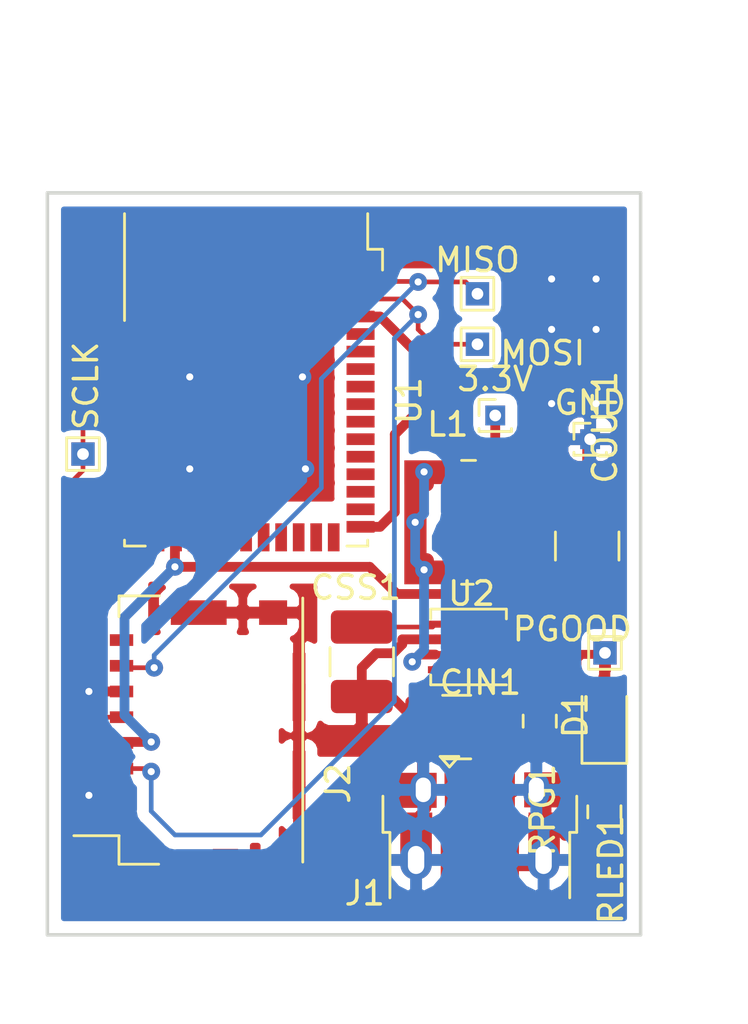
<source format=kicad_pcb>
(kicad_pcb (version 20171130) (host pcbnew "(5.0.2)-1")

  (general
    (thickness 1.6)
    (drawings 4)
    (tracks 169)
    (zones 0)
    (modules 17)
    (nets 47)
  )

  (page A4)
  (layers
    (0 F.Cu signal)
    (31 B.Cu signal)
    (32 B.Adhes user)
    (33 F.Adhes user)
    (34 B.Paste user)
    (35 F.Paste user)
    (36 B.SilkS user)
    (37 F.SilkS user)
    (38 B.Mask user)
    (39 F.Mask user)
    (40 Dwgs.User user)
    (41 Cmts.User user)
    (42 Eco1.User user)
    (43 Eco2.User user)
    (44 Edge.Cuts user)
    (45 Margin user)
    (46 B.CrtYd user)
    (47 F.CrtYd user)
    (48 B.Fab user)
    (49 F.Fab user)
  )

  (setup
    (last_trace_width 0.2)
    (trace_clearance 0.2)
    (zone_clearance 0.508)
    (zone_45_only no)
    (trace_min 0.2)
    (segment_width 0.2)
    (edge_width 0.15)
    (via_size 0.762)
    (via_drill 0.3048)
    (via_min_size 0.4)
    (via_min_drill 0.3)
    (uvia_size 0.3)
    (uvia_drill 0.1)
    (uvias_allowed no)
    (uvia_min_size 0.2)
    (uvia_min_drill 0.1)
    (pcb_text_width 0.3)
    (pcb_text_size 1.5 1.5)
    (mod_edge_width 0.15)
    (mod_text_size 1 1)
    (mod_text_width 0.15)
    (pad_size 1.524 1.524)
    (pad_drill 0.762)
    (pad_to_mask_clearance 0.051)
    (solder_mask_min_width 0.25)
    (aux_axis_origin 0 0)
    (visible_elements 7FFFFFFF)
    (pcbplotparams
      (layerselection 0x010fc_ffffffff)
      (usegerberextensions false)
      (usegerberattributes false)
      (usegerberadvancedattributes false)
      (creategerberjobfile false)
      (excludeedgelayer true)
      (linewidth 0.100000)
      (plotframeref false)
      (viasonmask false)
      (mode 1)
      (useauxorigin false)
      (hpglpennumber 1)
      (hpglpenspeed 20)
      (hpglpendiameter 15.000000)
      (psnegative false)
      (psa4output false)
      (plotreference true)
      (plotvalue true)
      (plotinvisibletext false)
      (padsonsilk false)
      (subtractmaskfromsilk false)
      (outputformat 1)
      (mirror false)
      (drillshape 0)
      (scaleselection 1)
      (outputdirectory ""))
  )

  (net 0 "")
  (net 1 "Net-(J2-Pad8)")
  (net 2 /MISO)
  (net 3 GND)
  (net 4 /3.3V)
  (net 5 /MOSI)
  (net 6 "Net-(J2-Pad1)")
  (net 7 "Net-(J2-Pad9)")
  (net 8 "Net-(U1-Pad37)")
  (net 9 "Net-(U1-Pad36)")
  (net 10 "Net-(U1-Pad35)")
  (net 11 "Net-(U1-Pad34)")
  (net 12 "Net-(U1-Pad33)")
  (net 13 "Net-(U1-Pad32)")
  (net 14 "Net-(U1-Pad31)")
  (net 15 "Net-(U1-Pad30)")
  (net 16 "Net-(U1-Pad29)")
  (net 17 "Net-(U1-Pad28)")
  (net 18 "Net-(U1-Pad25)")
  (net 19 "Net-(U1-Pad24)")
  (net 20 "Net-(U1-Pad23)")
  (net 21 "Net-(U1-Pad22)")
  (net 22 "Net-(U1-Pad21)")
  (net 23 "Net-(U1-Pad20)")
  (net 24 "Net-(U1-Pad19)")
  (net 25 "Net-(U1-Pad18)")
  (net 26 "Net-(U1-Pad17)")
  (net 27 "Net-(U1-Pad15)")
  (net 28 "Net-(U1-Pad14)")
  (net 29 "Net-(U1-Pad13)")
  (net 30 "Net-(U1-Pad12)")
  (net 31 "Net-(U1-Pad11)")
  (net 32 "Net-(U1-Pad10)")
  (net 33 "Net-(U1-Pad9)")
  (net 34 "Net-(U1-Pad8)")
  (net 35 "Net-(U1-Pad7)")
  (net 36 "Net-(U1-Pad6)")
  (net 37 "Net-(U1-Pad5)")
  (net 38 /5V)
  (net 39 "Net-(U2-Pad3)")
  (net 40 /PGOOD)
  (net 41 "Net-(D1-Pad1)")
  (net 42 "Net-(J1-Pad2)")
  (net 43 "Net-(J1-Pad4)")
  (net 44 /SCLK)
  (net 45 /SW)
  (net 46 /SS)

  (net_class Default "This is the default net class."
    (clearance 0.2)
    (trace_width 0.2)
    (via_dia 0.762)
    (via_drill 0.3048)
    (uvia_dia 0.3)
    (uvia_drill 0.1)
    (add_net /MISO)
    (add_net /MOSI)
    (add_net /SCLK)
    (add_net /SS)
    (add_net "Net-(D1-Pad1)")
    (add_net "Net-(J1-Pad2)")
    (add_net "Net-(J1-Pad4)")
    (add_net "Net-(J2-Pad1)")
    (add_net "Net-(J2-Pad8)")
    (add_net "Net-(J2-Pad9)")
    (add_net "Net-(U1-Pad10)")
    (add_net "Net-(U1-Pad11)")
    (add_net "Net-(U1-Pad12)")
    (add_net "Net-(U1-Pad13)")
    (add_net "Net-(U1-Pad14)")
    (add_net "Net-(U1-Pad15)")
    (add_net "Net-(U1-Pad17)")
    (add_net "Net-(U1-Pad18)")
    (add_net "Net-(U1-Pad19)")
    (add_net "Net-(U1-Pad20)")
    (add_net "Net-(U1-Pad21)")
    (add_net "Net-(U1-Pad22)")
    (add_net "Net-(U1-Pad23)")
    (add_net "Net-(U1-Pad24)")
    (add_net "Net-(U1-Pad25)")
    (add_net "Net-(U1-Pad28)")
    (add_net "Net-(U1-Pad29)")
    (add_net "Net-(U1-Pad30)")
    (add_net "Net-(U1-Pad31)")
    (add_net "Net-(U1-Pad32)")
    (add_net "Net-(U1-Pad33)")
    (add_net "Net-(U1-Pad34)")
    (add_net "Net-(U1-Pad35)")
    (add_net "Net-(U1-Pad36)")
    (add_net "Net-(U1-Pad37)")
    (add_net "Net-(U1-Pad5)")
    (add_net "Net-(U1-Pad6)")
    (add_net "Net-(U1-Pad7)")
    (add_net "Net-(U1-Pad8)")
    (add_net "Net-(U1-Pad9)")
    (add_net "Net-(U2-Pad3)")
  )

  (net_class Power ""
    (clearance 0.2)
    (trace_width 0.418028)
    (via_dia 0.762)
    (via_drill 0.3048)
    (uvia_dia 0.3)
    (uvia_drill 0.1)
    (add_net /3.3V)
    (add_net /5V)
    (add_net /PGOOD)
    (add_net /SW)
    (add_net GND)
  )

  (module Connector_PinHeader_1.00mm:PinHeader_1x01_P1.00mm_Vertical (layer F.Cu) (tedit 5C9EF821) (tstamp 5D012D16)
    (at 146.177 53.975)
    (descr "Through hole straight pin header, 1x01, 1.00mm pitch, single row")
    (tags "Through hole pin header THT 1x01 1.00mm single row")
    (path /5C9F464F)
    (fp_text reference 3.3V (at 0 -1.56) (layer F.SilkS)
      (effects (font (size 1 1) (thickness 0.15)))
    )
    (fp_text value Conn_01x01_Male (at 0 1.56) (layer F.Fab)
      (effects (font (size 1 1) (thickness 0.15)))
    )
    (fp_text user %R (at 0 0 90) (layer F.Fab)
      (effects (font (size 0.76 0.76) (thickness 0.114)))
    )
    (fp_line (start 1.15 -1) (end -1.15 -1) (layer F.CrtYd) (width 0.05))
    (fp_line (start 1.15 1) (end 1.15 -1) (layer F.CrtYd) (width 0.05))
    (fp_line (start -1.15 1) (end 1.15 1) (layer F.CrtYd) (width 0.05))
    (fp_line (start -1.15 -1) (end -1.15 1) (layer F.CrtYd) (width 0.05))
    (fp_line (start -0.695 -0.685) (end 0 -0.685) (layer F.SilkS) (width 0.12))
    (fp_line (start -0.695 0) (end -0.695 -0.685) (layer F.SilkS) (width 0.12))
    (fp_line (start 0.608276 0.685) (end 0.695 0.685) (layer F.SilkS) (width 0.12))
    (fp_line (start -0.695 0.685) (end -0.608276 0.685) (layer F.SilkS) (width 0.12))
    (fp_line (start 0.695 0.685) (end 0.695 0.56) (layer F.SilkS) (width 0.12))
    (fp_line (start -0.695 0.685) (end -0.695 0.56) (layer F.SilkS) (width 0.12))
    (fp_line (start -0.695 0.685) (end 0.695 0.685) (layer F.SilkS) (width 0.12))
    (fp_line (start -0.635 -0.1825) (end -0.3175 -0.5) (layer F.Fab) (width 0.1))
    (fp_line (start -0.635 0.5) (end -0.635 -0.1825) (layer F.Fab) (width 0.1))
    (fp_line (start 0.635 0.5) (end -0.635 0.5) (layer F.Fab) (width 0.1))
    (fp_line (start 0.635 -0.5) (end 0.635 0.5) (layer F.Fab) (width 0.1))
    (fp_line (start -0.3175 -0.5) (end 0.635 -0.5) (layer F.Fab) (width 0.1))
    (pad 1 thru_hole rect (at 0 0) (size 0.85 0.85) (drill 0.5) (layers *.Cu *.Mask)
      (net 4 /3.3V))
    (model ${KISYS3DMOD}/Connector_PinHeader_1.00mm.3dshapes/PinHeader_1x01_P1.00mm_Vertical.wrl
      (at (xyz 0 0 0))
      (scale (xyz 1 1 1))
      (rotate (xyz 0 0 0))
    )
  )

  (module Connector_PinHeader_1.00mm:PinHeader_1x01_P1.00mm_Vertical (layer F.Cu) (tedit 5C9EF77C) (tstamp 5D012CD7)
    (at 150.241 54.991)
    (descr "Through hole straight pin header, 1x01, 1.00mm pitch, single row")
    (tags "Through hole pin header THT 1x01 1.00mm single row")
    (path /5C9F2C76)
    (fp_text reference GND (at 0 -1.56) (layer F.SilkS)
      (effects (font (size 1 1) (thickness 0.15)))
    )
    (fp_text value Conn_01x01_Male (at 0 1.56) (layer F.Fab)
      (effects (font (size 1 1) (thickness 0.15)))
    )
    (fp_line (start -0.3175 -0.5) (end 0.635 -0.5) (layer F.Fab) (width 0.1))
    (fp_line (start 0.635 -0.5) (end 0.635 0.5) (layer F.Fab) (width 0.1))
    (fp_line (start 0.635 0.5) (end -0.635 0.5) (layer F.Fab) (width 0.1))
    (fp_line (start -0.635 0.5) (end -0.635 -0.1825) (layer F.Fab) (width 0.1))
    (fp_line (start -0.635 -0.1825) (end -0.3175 -0.5) (layer F.Fab) (width 0.1))
    (fp_line (start -0.695 0.685) (end 0.695 0.685) (layer F.SilkS) (width 0.12))
    (fp_line (start -0.695 0.685) (end -0.695 0.56) (layer F.SilkS) (width 0.12))
    (fp_line (start 0.695 0.685) (end 0.695 0.56) (layer F.SilkS) (width 0.12))
    (fp_line (start -0.695 0.685) (end -0.608276 0.685) (layer F.SilkS) (width 0.12))
    (fp_line (start 0.608276 0.685) (end 0.695 0.685) (layer F.SilkS) (width 0.12))
    (fp_line (start -0.695 0) (end -0.695 -0.685) (layer F.SilkS) (width 0.12))
    (fp_line (start -0.695 -0.685) (end 0 -0.685) (layer F.SilkS) (width 0.12))
    (fp_line (start -1.15 -1) (end -1.15 1) (layer F.CrtYd) (width 0.05))
    (fp_line (start -1.15 1) (end 1.15 1) (layer F.CrtYd) (width 0.05))
    (fp_line (start 1.15 1) (end 1.15 -1) (layer F.CrtYd) (width 0.05))
    (fp_line (start 1.15 -1) (end -1.15 -1) (layer F.CrtYd) (width 0.05))
    (fp_text user %R (at 0 0 90) (layer F.Fab)
      (effects (font (size 0.76 0.76) (thickness 0.114)))
    )
    (pad 1 thru_hole rect (at 0 0) (size 0.85 0.85) (drill 0.5) (layers *.Cu *.Mask)
      (net 3 GND))
    (model ${KISYS3DMOD}/Connector_PinHeader_1.00mm.3dshapes/PinHeader_1x01_P1.00mm_Vertical.wrl
      (at (xyz 0 0 0))
      (scale (xyz 1 1 1))
      (rotate (xyz 0 0 0))
    )
  )

  (module TestPoint:TestPoint_THTPad_1.0x1.0mm_Drill0.5mm (layer F.Cu) (tedit 5C9EF816) (tstamp 5D012CA8)
    (at 145.415 50.927)
    (descr "THT rectangular pad as test Point, square 1.0mm side length, hole diameter 0.5mm")
    (tags "test point THT pad rectangle square")
    (path /5C9F0DDD)
    (attr virtual)
    (fp_text reference MOSI (at 2.794 0.381) (layer F.SilkS)
      (effects (font (size 1 1) (thickness 0.15)))
    )
    (fp_text value TestPoint (at 0 1.55) (layer F.Fab)
      (effects (font (size 1 1) (thickness 0.15)))
    )
    (fp_line (start 1 1) (end -1 1) (layer F.CrtYd) (width 0.05))
    (fp_line (start 1 1) (end 1 -1) (layer F.CrtYd) (width 0.05))
    (fp_line (start -1 -1) (end -1 1) (layer F.CrtYd) (width 0.05))
    (fp_line (start -1 -1) (end 1 -1) (layer F.CrtYd) (width 0.05))
    (fp_line (start -0.7 0.7) (end -0.7 -0.7) (layer F.SilkS) (width 0.12))
    (fp_line (start 0.7 0.7) (end -0.7 0.7) (layer F.SilkS) (width 0.12))
    (fp_line (start 0.7 -0.7) (end 0.7 0.7) (layer F.SilkS) (width 0.12))
    (fp_line (start -0.7 -0.7) (end 0.7 -0.7) (layer F.SilkS) (width 0.12))
    (fp_text user %R (at 0 -1.45) (layer F.Fab)
      (effects (font (size 1 1) (thickness 0.15)))
    )
    (pad 1 thru_hole rect (at 0 0) (size 1 1) (drill 0.5) (layers *.Cu *.Mask)
      (net 5 /MOSI))
  )

  (module TestPoint:TestPoint_THTPad_1.0x1.0mm_Drill0.5mm (layer F.Cu) (tedit 5C9EF810) (tstamp 5D012D4D)
    (at 145.415 48.768)
    (descr "THT rectangular pad as test Point, square 1.0mm side length, hole diameter 0.5mm")
    (tags "test point THT pad rectangle square")
    (path /5C9F0E2B)
    (attr virtual)
    (fp_text reference MISO (at 0 -1.448) (layer F.SilkS)
      (effects (font (size 1 1) (thickness 0.15)))
    )
    (fp_text value TestPoint (at 0 1.55) (layer F.Fab)
      (effects (font (size 1 1) (thickness 0.15)))
    )
    (fp_text user %R (at 0 -1.45) (layer F.Fab)
      (effects (font (size 1 1) (thickness 0.15)))
    )
    (fp_line (start -0.7 -0.7) (end 0.7 -0.7) (layer F.SilkS) (width 0.12))
    (fp_line (start 0.7 -0.7) (end 0.7 0.7) (layer F.SilkS) (width 0.12))
    (fp_line (start 0.7 0.7) (end -0.7 0.7) (layer F.SilkS) (width 0.12))
    (fp_line (start -0.7 0.7) (end -0.7 -0.7) (layer F.SilkS) (width 0.12))
    (fp_line (start -1 -1) (end 1 -1) (layer F.CrtYd) (width 0.05))
    (fp_line (start -1 -1) (end -1 1) (layer F.CrtYd) (width 0.05))
    (fp_line (start 1 1) (end 1 -1) (layer F.CrtYd) (width 0.05))
    (fp_line (start 1 1) (end -1 1) (layer F.CrtYd) (width 0.05))
    (pad 1 thru_hole rect (at 0 0) (size 1 1) (drill 0.5) (layers *.Cu *.Mask)
      (net 2 /MISO))
  )

  (module TestPoint:TestPoint_THTPad_1.0x1.0mm_Drill0.5mm (layer F.Cu) (tedit 5C9EF7C8) (tstamp 5D010A8C)
    (at 150.876 64.135)
    (descr "THT rectangular pad as test Point, square 1.0mm side length, hole diameter 0.5mm")
    (tags "test point THT pad rectangle square")
    (path /5C9EF116)
    (attr virtual)
    (fp_text reference PGOOD (at -1.397 -1.016) (layer F.SilkS)
      (effects (font (size 1 1) (thickness 0.15)))
    )
    (fp_text value TestPoint (at 0 1.55) (layer F.Fab)
      (effects (font (size 1 1) (thickness 0.15)))
    )
    (fp_text user %R (at 0 -1.45) (layer F.Fab)
      (effects (font (size 1 1) (thickness 0.15)))
    )
    (fp_line (start -0.7 -0.7) (end 0.7 -0.7) (layer F.SilkS) (width 0.12))
    (fp_line (start 0.7 -0.7) (end 0.7 0.7) (layer F.SilkS) (width 0.12))
    (fp_line (start 0.7 0.7) (end -0.7 0.7) (layer F.SilkS) (width 0.12))
    (fp_line (start -0.7 0.7) (end -0.7 -0.7) (layer F.SilkS) (width 0.12))
    (fp_line (start -1 -1) (end 1 -1) (layer F.CrtYd) (width 0.05))
    (fp_line (start -1 -1) (end -1 1) (layer F.CrtYd) (width 0.05))
    (fp_line (start 1 1) (end 1 -1) (layer F.CrtYd) (width 0.05))
    (fp_line (start 1 1) (end -1 1) (layer F.CrtYd) (width 0.05))
    (pad 1 thru_hole rect (at 0 0) (size 1 1) (drill 0.5) (layers *.Cu *.Mask)
      (net 40 /PGOOD))
  )

  (module TestPoint:TestPoint_THTPad_1.0x1.0mm_Drill0.5mm (layer F.Cu) (tedit 5C9EF856) (tstamp 5D010AB3)
    (at 128.524 55.626)
    (descr "THT rectangular pad as test Point, square 1.0mm side length, hole diameter 0.5mm")
    (tags "test point THT pad rectangle square")
    (path /5C9EF1CC)
    (attr virtual)
    (fp_text reference SCLK (at 0.127 -2.921 90) (layer F.SilkS)
      (effects (font (size 1 1) (thickness 0.15)))
    )
    (fp_text value TestPoint (at 0 1.55) (layer F.Fab)
      (effects (font (size 1 1) (thickness 0.15)))
    )
    (fp_line (start 1 1) (end -1 1) (layer F.CrtYd) (width 0.05))
    (fp_line (start 1 1) (end 1 -1) (layer F.CrtYd) (width 0.05))
    (fp_line (start -1 -1) (end -1 1) (layer F.CrtYd) (width 0.05))
    (fp_line (start -1 -1) (end 1 -1) (layer F.CrtYd) (width 0.05))
    (fp_line (start -0.7 0.7) (end -0.7 -0.7) (layer F.SilkS) (width 0.12))
    (fp_line (start 0.7 0.7) (end -0.7 0.7) (layer F.SilkS) (width 0.12))
    (fp_line (start 0.7 -0.7) (end 0.7 0.7) (layer F.SilkS) (width 0.12))
    (fp_line (start -0.7 -0.7) (end 0.7 -0.7) (layer F.SilkS) (width 0.12))
    (fp_text user %R (at 0 -1.45) (layer F.Fab)
      (effects (font (size 1 1) (thickness 0.15)))
    )
    (pad 1 thru_hole rect (at 0 0) (size 1 1) (drill 0.5) (layers *.Cu *.Mask)
      (net 44 /SCLK))
  )

  (module ee198_final_project:Molex_08-1051620001 (layer F.Cu) (tedit 5C9CFC56) (tstamp 5CF495EA)
    (at 130.175 67.437 270)
    (descr "Molex CLIK-Mate series connector, 502494-0870 (http://www.molex.com/pdm_docs/sd/5024940270_sd.pdf), generated with kicad-footprint-generator")
    (tags "connector Molex CLIK-Mate top entry")
    (path /5C9C5FB1)
    (attr smd)
    (fp_text reference J2 (at 2.286 -9.271 270) (layer F.SilkS)
      (effects (font (size 1 1) (thickness 0.15)))
    )
    (fp_text value Micro_SD_Card_Det (at 0 3.25 270) (layer F.Fab)
      (effects (font (size 1 1) (thickness 0.15)))
    )
    (fp_line (start 5.65 0) (end -5.65 0) (layer F.Fab) (width 0.1))
    (fp_line (start 5.7412 -1.59) (end 5.7412 0.11) (layer F.SilkS) (width 0.12))
    (fp_line (start 5.7412 0.11) (end 4.5212 0.11) (layer F.SilkS) (width 0.12))
    (fp_line (start 4.5212 0.1016) (end 4.5212 2.0416) (layer F.SilkS) (width 0.12))
    (fp_line (start -5.7412 -1.6154) (end -5.7412 0.0846) (layer F.SilkS) (width 0.12))
    (fp_line (start -5.7412 0.11) (end -4.8514 0.11) (layer F.SilkS) (width 0.12))
    (fp_line (start 5.65 -7.76) (end -5.65 -7.76) (layer F.SilkS) (width 0.12))
    (fp_line (start 5.65 -7.6) (end 5.65 0) (layer F.Fab) (width 0.1))
    (fp_line (start 5.65 -7.6) (end -5.65 -7.6) (layer F.Fab) (width 0.1))
    (fp_line (start -5.65 -7.6) (end -5.65 0) (layer F.Fab) (width 0.1))
    (fp_line (start 7 2.5) (end 7 -8.5) (layer F.CrtYd) (width 0.05))
    (fp_line (start -7 2.5) (end 7 2.5) (layer F.CrtYd) (width 0.05))
    (fp_line (start -7 -8.5) (end -7 2.5) (layer F.CrtYd) (width 0.05))
    (fp_line (start 7 -8.5) (end -7 -8.5) (layer F.CrtYd) (width 0.05))
    (fp_line (start 5.3918 -0.0254) (end 4.8918 -0.732507) (layer F.Fab) (width 0.1))
    (fp_line (start 4.8918 -0.732507) (end 4.3918 -0.0254) (layer F.Fab) (width 0.1))
    (fp_text user %R (at 0 -2.18 90) (layer F.Fab)
      (effects (font (size 1 1) (thickness 0.15)))
    )
    (pad 8 smd rect (at -3.85 0 270) (size 0.5 1) (layers F.Cu F.Paste F.Mask)
      (net 1 "Net-(J2-Pad8)"))
    (pad 7 smd rect (at -2.75 0 270) (size 0.5 1) (layers F.Cu F.Paste F.Mask)
      (net 2 /MISO))
    (pad 6 smd rect (at -1.65 0 270) (size 0.5 1) (layers F.Cu F.Paste F.Mask)
      (net 3 GND))
    (pad 5 smd rect (at -0.55 0 270) (size 0.5 1) (layers F.Cu F.Paste F.Mask)
      (net 44 /SCLK))
    (pad 4 smd rect (at 0.55 0 270) (size 0.5 1) (layers F.Cu F.Paste F.Mask)
      (net 4 /3.3V))
    (pad 3 smd rect (at 1.65 0 270) (size 0.5 1) (layers F.Cu F.Paste F.Mask)
      (net 5 /MOSI))
    (pad 2 smd rect (at 2.75 0 270) (size 0.5 1) (layers F.Cu F.Paste F.Mask)
      (net 3 GND))
    (pad 1 smd rect (at 3.85 0 270) (size 0.5 1) (layers F.Cu F.Paste F.Mask)
      (net 6 "Net-(J2-Pad1)"))
    (pad 9 smd rect (at 5.61 -3.18 270) (size 0.72 0.78) (layers F.Cu F.Paste F.Mask)
      (net 7 "Net-(J2-Pad9)"))
    (pad 10 smd rect (at 5.61 -4.45 270) (size 1.05 1.08) (layers F.Cu F.Paste F.Mask)
      (net 3 GND))
    (pad 10 smd rect (at 5.61 -7.06 270) (size 1.05 1.2) (layers F.Cu F.Paste F.Mask)
      (net 3 GND))
    (pad 10 smd rect (at -5.025 -3.305 270) (size 1.05 2.39) (layers F.Cu F.Paste F.Mask)
      (net 3 GND))
    (pad 10 smd rect (at -5.025 -6.49 270) (size 1.05 1.2) (layers F.Cu F.Paste F.Mask)
      (net 3 GND))
    (pad 10 smd rect (at -1.845 -7.6 270) (size 2.91 0.55) (layers F.Cu F.Paste F.Mask)
      (net 3 GND))
    (pad 10 smd rect (at 2.345 -7.6 270) (size 2.91 0.55) (layers F.Cu F.Paste F.Mask)
      (net 3 GND))
    (pad "" smd rect (at 0.3048 -4.1148 270) (size 7.7 3.5) (layers F.Paste F.Mask))
    (model ${KISYS3DMOD}/Connector_Molex.3dshapes/Molex_CLIK-Mate_502494-0870_1x08-1MP_P2.00mm_Horizontal.wrl
      (at (xyz 0 0 0))
      (scale (xyz 1 1 1))
      (rotate (xyz 0 0 0))
    )
  )

  (module Connector_USB:USB_Micro-B_Amphenol_10103594-0001LF_Horizontal (layer F.Cu) (tedit 5A1DC0BD) (tstamp 5CF457AE)
    (at 145.542 71.882)
    (descr "Micro USB Type B 10103594-0001LF, http://cdn.amphenol-icc.com/media/wysiwyg/files/drawing/10103594.pdf")
    (tags "USB USB_B USB_micro USB_OTG")
    (path /5C9C5B58)
    (attr smd)
    (fp_text reference J1 (at -4.953 2.54) (layer F.SilkS)
      (effects (font (size 1 1) (thickness 0.15)))
    )
    (fp_text value USB_B_Micro (at -0.025 4.435) (layer F.Fab)
      (effects (font (size 1 1) (thickness 0.15)))
    )
    (fp_text user "PCB edge" (at -0.025 2.235) (layer Dwgs.User)
      (effects (font (size 0.5 0.5) (thickness 0.075)))
    )
    (fp_text user %R (at -0.025 -0.015) (layer F.Fab)
      (effects (font (size 1 1) (thickness 0.15)))
    )
    (fp_line (start -4.175 -0.065) (end -4.175 -1.615) (layer F.SilkS) (width 0.12))
    (fp_line (start -4.175 -0.065) (end -3.875 -0.065) (layer F.SilkS) (width 0.12))
    (fp_line (start -3.875 2.735) (end -3.875 -0.065) (layer F.SilkS) (width 0.12))
    (fp_line (start 4.125 -0.065) (end 4.125 -1.615) (layer F.SilkS) (width 0.12))
    (fp_line (start 3.825 -0.065) (end 4.125 -0.065) (layer F.SilkS) (width 0.12))
    (fp_line (start 3.825 2.735) (end 3.825 -0.065) (layer F.SilkS) (width 0.12))
    (fp_line (start -0.925 -3.315) (end -1.325 -2.865) (layer F.SilkS) (width 0.12))
    (fp_line (start -1.725 -3.315) (end -0.925 -3.315) (layer F.SilkS) (width 0.12))
    (fp_line (start -1.325 -2.865) (end -1.725 -3.315) (layer F.SilkS) (width 0.12))
    (fp_line (start -3.775 -0.865) (end -2.975 -1.615) (layer F.Fab) (width 0.12))
    (fp_line (start 3.725 3.335) (end -3.775 3.335) (layer F.Fab) (width 0.12))
    (fp_line (start 3.725 -1.615) (end 3.725 3.335) (layer F.Fab) (width 0.12))
    (fp_line (start -2.975 -1.615) (end 3.725 -1.615) (layer F.Fab) (width 0.12))
    (fp_line (start -3.775 3.335) (end -3.775 -0.865) (layer F.Fab) (width 0.12))
    (fp_line (start -4.025 2.835) (end 3.975 2.835) (layer Dwgs.User) (width 0.1))
    (fp_line (start -4.13 -2.88) (end 4.14 -2.88) (layer F.CrtYd) (width 0.05))
    (fp_line (start -4.13 -2.88) (end -4.13 3.58) (layer F.CrtYd) (width 0.05))
    (fp_line (start 4.14 3.58) (end 4.14 -2.88) (layer F.CrtYd) (width 0.05))
    (fp_line (start 4.14 3.58) (end -4.13 3.58) (layer F.CrtYd) (width 0.05))
    (pad 6 smd rect (at 2.725 0.185) (size 1.35 2) (layers F.Cu F.Paste F.Mask)
      (net 3 GND))
    (pad 6 smd rect (at -2.755 0.185) (size 1.35 2) (layers F.Cu F.Paste F.Mask)
      (net 3 GND))
    (pad 6 smd rect (at -2.975 -0.565) (size 1.825 0.7) (layers F.Cu F.Paste F.Mask)
      (net 3 GND))
    (pad 6 smd rect (at 2.975 -0.565) (size 1.825 0.7) (layers F.Cu F.Paste F.Mask)
      (net 3 GND))
    (pad 6 smd rect (at -2.875 -1.865) (size 2 1.5) (layers F.Cu F.Paste F.Mask)
      (net 3 GND))
    (pad 6 smd rect (at 2.875 -1.885) (size 2 1.5) (layers F.Cu F.Paste F.Mask)
      (net 3 GND))
    (pad 1 smd rect (at -1.325 -1.765 90) (size 1.65 0.4) (layers F.Cu F.Paste F.Mask)
      (net 38 /5V))
    (pad 2 smd rect (at -0.675 -1.765 90) (size 1.65 0.4) (layers F.Cu F.Paste F.Mask)
      (net 42 "Net-(J1-Pad2)"))
    (pad 3 smd rect (at -0.025 -1.765 90) (size 1.65 0.4) (layers F.Cu F.Paste F.Mask)
      (net 42 "Net-(J1-Pad2)"))
    (pad 4 smd rect (at 0.625 -1.765 90) (size 1.65 0.4) (layers F.Cu F.Paste F.Mask)
      (net 43 "Net-(J1-Pad4)"))
    (pad 5 smd rect (at 1.275 -1.765 90) (size 1.65 0.4) (layers F.Cu F.Paste F.Mask)
      (net 3 GND))
    (pad 6 thru_hole oval (at -2.445 -1.885 90) (size 1.5 1.1) (drill oval 1.05 0.65) (layers *.Cu *.Mask)
      (net 3 GND))
    (pad 6 thru_hole oval (at 2.395 -1.885 90) (size 1.5 1.1) (drill oval 1.05 0.65) (layers *.Cu *.Mask)
      (net 3 GND))
    (pad 6 thru_hole oval (at -2.755 1.115 90) (size 1.7 1.35) (drill oval 1.2 0.7) (layers *.Cu *.Mask)
      (net 3 GND))
    (pad 6 thru_hole oval (at 2.705 1.115 90) (size 1.7 1.35) (drill oval 1.2 0.7) (layers *.Cu *.Mask)
      (net 3 GND))
    (pad 6 smd rect (at -0.985 1.385 90) (size 2.5 1.43) (layers F.Cu F.Paste F.Mask)
      (net 3 GND))
    (pad 6 smd rect (at 0.935 1.385 90) (size 2.5 1.43) (layers F.Cu F.Paste F.Mask)
      (net 3 GND))
    (model ${KISYS3DMOD}/Connector_USB.3dshapes/USB_Micro-B_Amphenol_10103594-0001LF_Horizontal.wrl
      (at (xyz 0 0 0))
      (scale (xyz 1 1 1))
      (rotate (xyz 0 0 0))
    )
  )

  (module LED_SMD:LED_0805_2012Metric_Pad1.15x1.40mm_HandSolder (layer F.Cu) (tedit 5B4B45C9) (tstamp 5CF45EF2)
    (at 150.850024 67.001077 90)
    (descr "LED SMD 0805 (2012 Metric), square (rectangular) end terminal, IPC_7351 nominal, (Body size source: https://docs.google.com/spreadsheets/d/1BsfQQcO9C6DZCsRaXUlFlo91Tg2WpOkGARC1WS5S8t0/edit?usp=sharing), generated with kicad-footprint-generator")
    (tags "LED handsolder")
    (path /5C9E6E35)
    (attr smd)
    (fp_text reference D1 (at 0.199077 -1.244024 90) (layer F.SilkS)
      (effects (font (size 1 1) (thickness 0.15)))
    )
    (fp_text value LED (at 0 1.65 90) (layer F.Fab)
      (effects (font (size 1 1) (thickness 0.15)))
    )
    (fp_line (start 1 -0.6) (end -0.7 -0.6) (layer F.Fab) (width 0.1))
    (fp_line (start -0.7 -0.6) (end -1 -0.3) (layer F.Fab) (width 0.1))
    (fp_line (start -1 -0.3) (end -1 0.6) (layer F.Fab) (width 0.1))
    (fp_line (start -1 0.6) (end 1 0.6) (layer F.Fab) (width 0.1))
    (fp_line (start 1 0.6) (end 1 -0.6) (layer F.Fab) (width 0.1))
    (fp_line (start 1 -0.96) (end -1.86 -0.96) (layer F.SilkS) (width 0.12))
    (fp_line (start -1.86 -0.96) (end -1.86 0.96) (layer F.SilkS) (width 0.12))
    (fp_line (start -1.86 0.96) (end 1 0.96) (layer F.SilkS) (width 0.12))
    (fp_line (start -1.85 0.95) (end -1.85 -0.95) (layer F.CrtYd) (width 0.05))
    (fp_line (start -1.85 -0.95) (end 1.85 -0.95) (layer F.CrtYd) (width 0.05))
    (fp_line (start 1.85 -0.95) (end 1.85 0.95) (layer F.CrtYd) (width 0.05))
    (fp_line (start 1.85 0.95) (end -1.85 0.95) (layer F.CrtYd) (width 0.05))
    (fp_text user %R (at 0 0 90) (layer F.Fab)
      (effects (font (size 0.5 0.5) (thickness 0.08)))
    )
    (pad 1 smd roundrect (at -1.025 0 90) (size 1.15 1.4) (layers F.Cu F.Paste F.Mask) (roundrect_rratio 0.217391)
      (net 41 "Net-(D1-Pad1)"))
    (pad 2 smd roundrect (at 1.025 0 90) (size 1.15 1.4) (layers F.Cu F.Paste F.Mask) (roundrect_rratio 0.217391)
      (net 40 /PGOOD))
    (model ${KISYS3DMOD}/LED_SMD.3dshapes/LED_0805_2012Metric.wrl
      (at (xyz 0 0 0))
      (scale (xyz 1 1 1))
      (rotate (xyz 0 0 0))
    )
  )

  (module Resistor_SMD:R_0805_2012Metric_Pad1.15x1.40mm_HandSolder (layer F.Cu) (tedit 5B36C52B) (tstamp 5CF46E34)
    (at 148.082 67.056 90)
    (descr "Resistor SMD 0805 (2012 Metric), square (rectangular) end terminal, IPC_7351 nominal with elongated pad for handsoldering. (Body size source: https://docs.google.com/spreadsheets/d/1BsfQQcO9C6DZCsRaXUlFlo91Tg2WpOkGARC1WS5S8t0/edit?usp=sharing), generated with kicad-footprint-generator")
    (tags "resistor handsolder")
    (path /5C9DC136)
    (attr smd)
    (fp_text reference RPG1 (at -3.81 0.127 90) (layer F.SilkS)
      (effects (font (size 1 1) (thickness 0.15)))
    )
    (fp_text value 1k (at 0 1.65 90) (layer F.Fab)
      (effects (font (size 1 1) (thickness 0.15)))
    )
    (fp_text user %R (at 0 0 90) (layer F.Fab)
      (effects (font (size 0.5 0.5) (thickness 0.08)))
    )
    (fp_line (start 1.85 0.95) (end -1.85 0.95) (layer F.CrtYd) (width 0.05))
    (fp_line (start 1.85 -0.95) (end 1.85 0.95) (layer F.CrtYd) (width 0.05))
    (fp_line (start -1.85 -0.95) (end 1.85 -0.95) (layer F.CrtYd) (width 0.05))
    (fp_line (start -1.85 0.95) (end -1.85 -0.95) (layer F.CrtYd) (width 0.05))
    (fp_line (start -0.261252 0.71) (end 0.261252 0.71) (layer F.SilkS) (width 0.12))
    (fp_line (start -0.261252 -0.71) (end 0.261252 -0.71) (layer F.SilkS) (width 0.12))
    (fp_line (start 1 0.6) (end -1 0.6) (layer F.Fab) (width 0.1))
    (fp_line (start 1 -0.6) (end 1 0.6) (layer F.Fab) (width 0.1))
    (fp_line (start -1 -0.6) (end 1 -0.6) (layer F.Fab) (width 0.1))
    (fp_line (start -1 0.6) (end -1 -0.6) (layer F.Fab) (width 0.1))
    (pad 2 smd roundrect (at 1.025 0 90) (size 1.15 1.4) (layers F.Cu F.Paste F.Mask) (roundrect_rratio 0.217391)
      (net 40 /PGOOD))
    (pad 1 smd roundrect (at -1.025 0 90) (size 1.15 1.4) (layers F.Cu F.Paste F.Mask) (roundrect_rratio 0.217391)
      (net 38 /5V))
    (model ${KISYS3DMOD}/Resistor_SMD.3dshapes/R_0805_2012Metric.wrl
      (at (xyz 0 0 0))
      (scale (xyz 1 1 1))
      (rotate (xyz 0 0 0))
    )
  )

  (module Resistor_SMD:R_0805_2012Metric_Pad1.15x1.40mm_HandSolder (layer F.Cu) (tedit 5B36C52B) (tstamp 5CF44EC4)
    (at 150.850024 70.938077 270)
    (descr "Resistor SMD 0805 (2012 Metric), square (rectangular) end terminal, IPC_7351 nominal with elongated pad for handsoldering. (Body size source: https://docs.google.com/spreadsheets/d/1BsfQQcO9C6DZCsRaXUlFlo91Tg2WpOkGARC1WS5S8t0/edit?usp=sharing), generated with kicad-footprint-generator")
    (tags "resistor handsolder")
    (path /5C9E6F44)
    (attr smd)
    (fp_text reference RLED1 (at 2.467923 -0.279976 270) (layer F.SilkS)
      (effects (font (size 1 1) (thickness 0.15)))
    )
    (fp_text value 1k (at 0 1.65 270) (layer F.Fab)
      (effects (font (size 1 1) (thickness 0.15)))
    )
    (fp_line (start -1 0.6) (end -1 -0.6) (layer F.Fab) (width 0.1))
    (fp_line (start -1 -0.6) (end 1 -0.6) (layer F.Fab) (width 0.1))
    (fp_line (start 1 -0.6) (end 1 0.6) (layer F.Fab) (width 0.1))
    (fp_line (start 1 0.6) (end -1 0.6) (layer F.Fab) (width 0.1))
    (fp_line (start -0.261252 -0.71) (end 0.261252 -0.71) (layer F.SilkS) (width 0.12))
    (fp_line (start -0.261252 0.71) (end 0.261252 0.71) (layer F.SilkS) (width 0.12))
    (fp_line (start -1.85 0.95) (end -1.85 -0.95) (layer F.CrtYd) (width 0.05))
    (fp_line (start -1.85 -0.95) (end 1.85 -0.95) (layer F.CrtYd) (width 0.05))
    (fp_line (start 1.85 -0.95) (end 1.85 0.95) (layer F.CrtYd) (width 0.05))
    (fp_line (start 1.85 0.95) (end -1.85 0.95) (layer F.CrtYd) (width 0.05))
    (fp_text user %R (at 0 0 270) (layer F.Fab)
      (effects (font (size 0.5 0.5) (thickness 0.08)))
    )
    (pad 1 smd roundrect (at -1.025 0 270) (size 1.15 1.4) (layers F.Cu F.Paste F.Mask) (roundrect_rratio 0.217391)
      (net 41 "Net-(D1-Pad1)"))
    (pad 2 smd roundrect (at 1.025 0 270) (size 1.15 1.4) (layers F.Cu F.Paste F.Mask) (roundrect_rratio 0.217391)
      (net 3 GND))
    (model ${KISYS3DMOD}/Resistor_SMD.3dshapes/R_0805_2012Metric.wrl
      (at (xyz 0 0 0))
      (scale (xyz 1 1 1))
      (rotate (xyz 0 0 0))
    )
  )

  (module Resistor_SMD:R_1210_3225Metric_Pad1.42x2.65mm_HandSolder (layer F.Cu) (tedit 5B301BBD) (tstamp 5CF46CF4)
    (at 140.462 64.516 270)
    (descr "Resistor SMD 1210 (3225 Metric), square (rectangular) end terminal, IPC_7351 nominal with elongated pad for handsoldering. (Body size source: http://www.tortai-tech.com/upload/download/2011102023233369053.pdf), generated with kicad-footprint-generator")
    (tags "resistor handsolder")
    (path /5C9DB824)
    (attr smd)
    (fp_text reference CSS1 (at -3.175 0.254) (layer F.SilkS)
      (effects (font (size 1 1) (thickness 0.15)))
    )
    (fp_text value 10u (at 0 2.28 270) (layer F.Fab)
      (effects (font (size 1 1) (thickness 0.15)))
    )
    (fp_line (start -1.6 1.25) (end -1.6 -1.25) (layer F.Fab) (width 0.1))
    (fp_line (start -1.6 -1.25) (end 1.6 -1.25) (layer F.Fab) (width 0.1))
    (fp_line (start 1.6 -1.25) (end 1.6 1.25) (layer F.Fab) (width 0.1))
    (fp_line (start 1.6 1.25) (end -1.6 1.25) (layer F.Fab) (width 0.1))
    (fp_line (start -0.602064 -1.36) (end 0.602064 -1.36) (layer F.SilkS) (width 0.12))
    (fp_line (start -0.602064 1.36) (end 0.602064 1.36) (layer F.SilkS) (width 0.12))
    (fp_line (start -2.45 1.58) (end -2.45 -1.58) (layer F.CrtYd) (width 0.05))
    (fp_line (start -2.45 -1.58) (end 2.45 -1.58) (layer F.CrtYd) (width 0.05))
    (fp_line (start 2.45 -1.58) (end 2.45 1.58) (layer F.CrtYd) (width 0.05))
    (fp_line (start 2.45 1.58) (end -2.45 1.58) (layer F.CrtYd) (width 0.05))
    (fp_text user %R (at 0 0 270) (layer F.Fab)
      (effects (font (size 0.8 0.8) (thickness 0.12)))
    )
    (pad 1 smd roundrect (at -1.4875 0 270) (size 1.425 2.65) (layers F.Cu F.Paste F.Mask) (roundrect_rratio 0.175439)
      (net 46 /SS))
    (pad 2 smd roundrect (at 1.4875 0 270) (size 1.425 2.65) (layers F.Cu F.Paste F.Mask) (roundrect_rratio 0.175439)
      (net 3 GND))
    (model ${KISYS3DMOD}/Resistor_SMD.3dshapes/R_1210_3225Metric.wrl
      (at (xyz 0 0 0))
      (scale (xyz 1 1 1))
      (rotate (xyz 0 0 0))
    )
  )

  (module Resistor_SMD:R_1210_3225Metric_Pad1.42x2.65mm_HandSolder (layer F.Cu) (tedit 5B301BBD) (tstamp 5CF44EA2)
    (at 150.114 59.563 90)
    (descr "Resistor SMD 1210 (3225 Metric), square (rectangular) end terminal, IPC_7351 nominal with elongated pad for handsoldering. (Body size source: http://www.tortai-tech.com/upload/download/2011102023233369053.pdf), generated with kicad-footprint-generator")
    (tags "resistor handsolder")
    (path /5C9DE98E)
    (attr smd)
    (fp_text reference COUT1 (at 5.08 0.762 90) (layer F.SilkS)
      (effects (font (size 1 1) (thickness 0.15)))
    )
    (fp_text value 10u (at 0 2.28 90) (layer F.Fab)
      (effects (font (size 1 1) (thickness 0.15)))
    )
    (fp_text user %R (at 0 0 90) (layer F.Fab)
      (effects (font (size 0.8 0.8) (thickness 0.12)))
    )
    (fp_line (start 2.45 1.58) (end -2.45 1.58) (layer F.CrtYd) (width 0.05))
    (fp_line (start 2.45 -1.58) (end 2.45 1.58) (layer F.CrtYd) (width 0.05))
    (fp_line (start -2.45 -1.58) (end 2.45 -1.58) (layer F.CrtYd) (width 0.05))
    (fp_line (start -2.45 1.58) (end -2.45 -1.58) (layer F.CrtYd) (width 0.05))
    (fp_line (start -0.602064 1.36) (end 0.602064 1.36) (layer F.SilkS) (width 0.12))
    (fp_line (start -0.602064 -1.36) (end 0.602064 -1.36) (layer F.SilkS) (width 0.12))
    (fp_line (start 1.6 1.25) (end -1.6 1.25) (layer F.Fab) (width 0.1))
    (fp_line (start 1.6 -1.25) (end 1.6 1.25) (layer F.Fab) (width 0.1))
    (fp_line (start -1.6 -1.25) (end 1.6 -1.25) (layer F.Fab) (width 0.1))
    (fp_line (start -1.6 1.25) (end -1.6 -1.25) (layer F.Fab) (width 0.1))
    (pad 2 smd roundrect (at 1.4875 0 90) (size 1.425 2.65) (layers F.Cu F.Paste F.Mask) (roundrect_rratio 0.175439)
      (net 3 GND))
    (pad 1 smd roundrect (at -1.4875 0 90) (size 1.425 2.65) (layers F.Cu F.Paste F.Mask) (roundrect_rratio 0.175439)
      (net 4 /3.3V))
    (model ${KISYS3DMOD}/Resistor_SMD.3dshapes/R_1210_3225Metric.wrl
      (at (xyz 0 0 0))
      (scale (xyz 1 1 1))
      (rotate (xyz 0 0 0))
    )
  )

  (module Resistor_SMD:R_1210_3225Metric_Pad1.42x2.65mm_HandSolder (layer F.Cu) (tedit 5B301BBD) (tstamp 5CF44E91)
    (at 144.526 67.31 180)
    (descr "Resistor SMD 1210 (3225 Metric), square (rectangular) end terminal, IPC_7351 nominal with elongated pad for handsoldering. (Body size source: http://www.tortai-tech.com/upload/download/2011102023233369053.pdf), generated with kicad-footprint-generator")
    (tags "resistor handsolder")
    (path /5C9DEA01)
    (attr smd)
    (fp_text reference CIN1 (at -1.016 1.905 180) (layer F.SilkS)
      (effects (font (size 1 1) (thickness 0.15)))
    )
    (fp_text value 10u (at 0 2.28 180) (layer F.Fab)
      (effects (font (size 1 1) (thickness 0.15)))
    )
    (fp_line (start -1.6 1.25) (end -1.6 -1.25) (layer F.Fab) (width 0.1))
    (fp_line (start -1.6 -1.25) (end 1.6 -1.25) (layer F.Fab) (width 0.1))
    (fp_line (start 1.6 -1.25) (end 1.6 1.25) (layer F.Fab) (width 0.1))
    (fp_line (start 1.6 1.25) (end -1.6 1.25) (layer F.Fab) (width 0.1))
    (fp_line (start -0.602064 -1.36) (end 0.602064 -1.36) (layer F.SilkS) (width 0.12))
    (fp_line (start -0.602064 1.36) (end 0.602064 1.36) (layer F.SilkS) (width 0.12))
    (fp_line (start -2.45 1.58) (end -2.45 -1.58) (layer F.CrtYd) (width 0.05))
    (fp_line (start -2.45 -1.58) (end 2.45 -1.58) (layer F.CrtYd) (width 0.05))
    (fp_line (start 2.45 -1.58) (end 2.45 1.58) (layer F.CrtYd) (width 0.05))
    (fp_line (start 2.45 1.58) (end -2.45 1.58) (layer F.CrtYd) (width 0.05))
    (fp_text user %R (at 0 0 180) (layer F.Fab)
      (effects (font (size 0.8 0.8) (thickness 0.12)))
    )
    (pad 1 smd roundrect (at -1.4875 0 180) (size 1.425 2.65) (layers F.Cu F.Paste F.Mask) (roundrect_rratio 0.175439)
      (net 38 /5V))
    (pad 2 smd roundrect (at 1.4875 0 180) (size 1.425 2.65) (layers F.Cu F.Paste F.Mask) (roundrect_rratio 0.175439)
      (net 3 GND))
    (model ${KISYS3DMOD}/Resistor_SMD.3dshapes/R_1210_3225Metric.wrl
      (at (xyz 0 0 0))
      (scale (xyz 1 1 1))
      (rotate (xyz 0 0 0))
    )
  )

  (module ee198_final_project:Analog_LFCSP-8-1EP_3x3mm_P0.5mm_EP1.53x1.85mm (layer F.Cu) (tedit 5C9CA0F6) (tstamp 5CF45F83)
    (at 145.034 63.881 180)
    (descr "LFCSP, exposed pad, Analog Devices (http://www.analog.com/media/en/technical-documentation/data-sheets/ADL5542.pdf)")
    (tags "LFCSP 8 0.5")
    (path /5C9D81CE)
    (attr smd)
    (fp_text reference U2 (at -0.127 2.286 180) (layer F.SilkS)
      (effects (font (size 1 1) (thickness 0.15)))
    )
    (fp_text value ADP2302ARDZ-3.3 (at 0 2.5 180) (layer F.Fab)
      (effects (font (size 1 1) (thickness 0.15)))
    )
    (fp_line (start -1.62 1.62) (end -1.62 1.2) (layer F.SilkS) (width 0.12))
    (fp_line (start 1.62 1.62) (end -1.62 1.62) (layer F.SilkS) (width 0.12))
    (fp_line (start 1.62 1.2) (end 1.62 1.62) (layer F.SilkS) (width 0.12))
    (fp_line (start 1.62 -1.62) (end 1.62 -1.2) (layer F.SilkS) (width 0.12))
    (fp_line (start 1.62 -1.62) (end -1.62 -1.62) (layer F.SilkS) (width 0.12))
    (fp_line (start -1 -1.5) (end 1.5 -1.5) (layer F.Fab) (width 0.1))
    (fp_line (start -1.5 -1) (end -1.5 1.5) (layer F.Fab) (width 0.1))
    (fp_line (start 1.5 1.5) (end -1.5 1.5) (layer F.Fab) (width 0.1))
    (fp_line (start 1.5 1.5) (end 1.5 -1.5) (layer F.Fab) (width 0.1))
    (fp_line (start -1.98 -1.75) (end 1.98 -1.75) (layer F.CrtYd) (width 0.05))
    (fp_line (start 1.98 -1.75) (end 1.98 1.75) (layer F.CrtYd) (width 0.05))
    (fp_line (start 1.98 1.75) (end -1.98 1.75) (layer F.CrtYd) (width 0.05))
    (fp_line (start -1.98 1.75) (end -1.98 -1.75) (layer F.CrtYd) (width 0.05))
    (fp_line (start -1 -1.5) (end -1.5 -1) (layer F.Fab) (width 0.1))
    (fp_text user %R (at 0 0) (layer F.Fab)
      (effects (font (size 0.7 0.7) (thickness 0.15)))
    )
    (pad 9 smd rect (at 0 0 180) (size 1.6 2.44) (layers F.Cu F.Mask)
      (net 3 GND))
    (pad 8 smd rect (at 1.425 -0.975 180) (size 0.63 0.3) (layers F.Cu F.Paste F.Mask)
      (net 38 /5V))
    (pad 5 smd rect (at 1.425 0.975 180) (size 0.63 0.3) (layers F.Cu F.Paste F.Mask)
      (net 46 /SS))
    (pad 4 smd rect (at -1.425 0.975 180) (size 0.63 0.3) (layers F.Cu F.Paste F.Mask)
      (net 4 /3.3V))
    (pad 6 smd rect (at 1.425 0.325 180) (size 0.63 0.3) (layers F.Cu F.Paste F.Mask)
      (net 3 GND))
    (pad 3 smd rect (at -1.425 0.325 180) (size 0.63 0.3) (layers F.Cu F.Paste F.Mask)
      (net 39 "Net-(U2-Pad3)"))
    (pad 7 smd rect (at 1.425 -0.325 180) (size 0.63 0.3) (layers F.Cu F.Paste F.Mask)
      (net 45 /SW))
    (pad 2 smd rect (at -1.425 -0.325 180) (size 0.63 0.3) (layers F.Cu F.Paste F.Mask)
      (net 40 /PGOOD))
    (pad 1 smd rect (at -1.425 -0.975 180) (size 0.63 0.3) (layers F.Cu F.Paste F.Mask)
      (net 38 /5V))
    (model ${KISYS3DMOD}/Package_CSP.3dshapes/LFCSP-8-1EP_3x3mm_P0.5mm_EP1.53x1.85mm.wrl
      (at (xyz 0 0 0))
      (scale (xyz 1 1 1))
      (rotate (xyz 0 0 0))
    )
  )

  (module ee198_final_project:L_Wuerth_WE-TPC-1919 (layer F.Cu) (tedit 5C9CCE96) (tstamp 5CF4A639)
    (at 145.034 58.547 90)
    (descr "Inductor, WE-TPC, Wuerth, SMD, http://katalog.we-online.de/pbs/datasheet/744031220.pdf")
    (tags "Inductor WE-TPC Wuerth SMD")
    (path /5C9DD444)
    (attr smd)
    (fp_text reference L1 (at 4.191 -0.889 180) (layer F.SilkS)
      (effects (font (size 1 1) (thickness 0.15)))
    )
    (fp_text value 100u (at 0 2.9 90) (layer F.Fab)
      (effects (font (size 1 1) (thickness 0.15)))
    )
    (fp_line (start -3.4 -3.4) (end -3.4 3.4) (layer F.CrtYd) (width 0.05))
    (fp_line (start -3.4 3.4) (end 3.4 3.4) (layer F.CrtYd) (width 0.05))
    (fp_line (start 3.4 3.4) (end 3.4 -3.4) (layer F.CrtYd) (width 0.05))
    (fp_line (start 3.4 -3.4) (end -3.4 -3.4) (layer F.CrtYd) (width 0.05))
    (fp_line (start 2.65 -0.3) (end 2.65 0.3) (layer F.SilkS) (width 0.12))
    (fp_line (start -2.65 -0.3) (end -2.65 0.2) (layer F.SilkS) (width 0.12))
    (fp_text user %R (at 0 0 90) (layer F.Fab)
      (effects (font (size 0.75 0.75) (thickness 0.1)))
    )
    (fp_line (start -2.55 -2.65) (end 2.55 -2.65) (layer F.Fab) (width 0.12))
    (fp_line (start 2.55 -2.65) (end 2.55 2.65) (layer F.Fab) (width 0.12))
    (fp_line (start 2.55 2.65) (end -2.55 2.65) (layer F.Fab) (width 0.12))
    (fp_line (start -2.55 2.65) (end -2.55 -2.65) (layer F.Fab) (width 0.12))
    (pad 1 smd rect (at 0 -2.275 90) (size 5.3 0.95) (layers F.Cu F.Paste F.Mask)
      (net 45 /SW))
    (pad 1 smd rect (at -2.143 -1.75 90) (size 1.014 2) (layers F.Cu F.Paste F.Mask)
      (net 45 /SW))
    (pad 2 smd rect (at 0 2.275 90) (size 5.3 0.95) (layers F.Cu F.Paste F.Mask)
      (net 4 /3.3V))
    (pad 1 smd rect (at 2.143 -1.75 90) (size 1.014 2) (layers F.Cu F.Paste F.Mask)
      (net 45 /SW))
    (pad 2 smd rect (at 2.143 1.75 90) (size 1.014 2) (layers F.Cu F.Paste F.Mask)
      (net 4 /3.3V))
    (pad 2 smd rect (at -2.143 1.75 90) (size 1.014 2) (layers F.Cu F.Paste F.Mask)
      (net 4 /3.3V))
    (pad 1 smd circle (at -1.636 -1.8 90) (size 0.632 0.632) (layers F.Cu F.Paste F.Mask)
      (net 45 /SW))
    (pad 1 smd circle (at 1.636 -1.8 90) (size 0.632 0.632) (layers F.Cu F.Paste F.Mask)
      (net 45 /SW))
    (pad 2 smd circle (at -1.636 1.8 90) (size 0.632 0.632) (layers F.Cu F.Paste F.Mask)
      (net 4 /3.3V))
    (pad 2 smd circle (at 1.636 1.8 90) (size 0.632 0.632) (layers F.Cu F.Paste F.Mask)
      (net 4 /3.3V))
    (model ${KISYS3DMOD}/Inductor_SMD.3dshapes/L_Wuerth_WE-TPC-3816.wrl
      (at (xyz 0 0 0))
      (scale (xyz 1 1 1))
      (rotate (xyz 0 0 0))
    )
  )

  (module ee198_final_project:Laird_BL651 (layer F.Cu) (tedit 5C9CA3AC) (tstamp 5CF44E4B)
    (at 135.509 53.34 270)
    (descr "Bluetooth v4.2 + NFC module")
    (tags "Bluetooth BLE NFC")
    (path /5C9CDF99)
    (attr smd)
    (fp_text reference U1 (at 0 -6.985 270) (layer F.SilkS)
      (effects (font (size 1 1) (thickness 0.15)))
    )
    (fp_text value BL652 (at 0 0 270) (layer F.Fab)
      (effects (font (size 1 1) (thickness 0.15)))
    )
    (fp_text user %R (at 0 -2.5 270) (layer F.Fab)
      (effects (font (size 1 1) (thickness 0.15)))
    )
    (fp_line (start -8.05 -5) (end -8.05 5) (layer F.Fab) (width 0.1))
    (fp_line (start -8.05 -5) (end 5.9 -5) (layer F.Fab) (width 0.1))
    (fp_line (start 5.95 -5) (end 5.95 5) (layer F.Fab) (width 0.1))
    (fp_line (start 5.95 5) (end -8.05 5) (layer F.Fab) (width 0.1))
    (fp_line (start 6.223 5.207) (end 6.223 4.318) (layer F.SilkS) (width 0.12))
    (fp_line (start 7 -6) (end 7 6) (layer F.CrtYd) (width 0.05))
    (fp_line (start -8.25 -6) (end 7 -6) (layer F.CrtYd) (width 0.05))
    (fp_line (start -8.25 6) (end -8.25 -6) (layer F.CrtYd) (width 0.05))
    (fp_line (start 7 6) (end -8.25 6) (layer F.CrtYd) (width 0.05))
    (fp_line (start 5.969 -5.207) (end 6.223 -5.207) (layer F.SilkS) (width 0.12))
    (fp_line (start 6.223 -5.207) (end 6.223 -4.318) (layer F.SilkS) (width 0.12))
    (fp_line (start 6.223 5.207) (end 5.969 5.207) (layer F.SilkS) (width 0.12))
    (fp_line (start -8.001 -5.207) (end -6.477 -5.207) (layer F.SilkS) (width 0.12))
    (fp_line (start -6.477 -5.207) (end -6.477 -5.842) (layer F.SilkS) (width 0.12))
    (fp_line (start -6.477 -5.842) (end -5.588 -5.842) (layer F.SilkS) (width 0.12))
    (fp_line (start -3.429 5.207) (end -8.001 5.207) (layer F.SilkS) (width 0.12))
    (pad 39 smd rect (at -2.85 4.9) (size 1.2 0.5) (layers F.Cu F.Paste F.Mask)
      (net 3 GND))
    (pad 38 smd rect (at -2.1 4.9) (size 1.2 0.5) (layers F.Cu F.Paste F.Mask)
      (net 44 /SCLK))
    (pad 37 smd rect (at -1.35 4.9) (size 1.2 0.5) (layers F.Cu F.Paste F.Mask)
      (net 8 "Net-(U1-Pad37)"))
    (pad 36 smd rect (at -0.6 4.9) (size 1.2 0.5) (layers F.Cu F.Paste F.Mask)
      (net 9 "Net-(U1-Pad36)"))
    (pad 35 smd rect (at 0.15 4.9) (size 1.2 0.5) (layers F.Cu F.Paste F.Mask)
      (net 10 "Net-(U1-Pad35)"))
    (pad 34 smd rect (at 0.9 4.9) (size 1.2 0.5) (layers F.Cu F.Paste F.Mask)
      (net 11 "Net-(U1-Pad34)"))
    (pad 33 smd rect (at 1.65 4.9) (size 1.2 0.5) (layers F.Cu F.Paste F.Mask)
      (net 12 "Net-(U1-Pad33)"))
    (pad 32 smd rect (at 2.4 4.9) (size 1.2 0.5) (layers F.Cu F.Paste F.Mask)
      (net 13 "Net-(U1-Pad32)"))
    (pad 31 smd rect (at 3.15 4.9) (size 1.2 0.5) (layers F.Cu F.Paste F.Mask)
      (net 14 "Net-(U1-Pad31)"))
    (pad 30 smd rect (at 3.9 4.9) (size 1.2 0.5) (layers F.Cu F.Paste F.Mask)
      (net 15 "Net-(U1-Pad30)"))
    (pad 29 smd rect (at 4.65 4.9) (size 1.2 0.5) (layers F.Cu F.Paste F.Mask)
      (net 16 "Net-(U1-Pad29)"))
    (pad 28 smd rect (at 5.4 4.9) (size 1.2 0.5) (layers F.Cu F.Paste F.Mask)
      (net 17 "Net-(U1-Pad28)"))
    (pad 27 smd rect (at 5.85 3.75 270) (size 1.2 0.5) (layers F.Cu F.Paste F.Mask)
      (net 3 GND))
    (pad 26 smd rect (at 5.85 3 270) (size 1.2 0.5) (layers F.Cu F.Paste F.Mask)
      (net 4 /3.3V))
    (pad 25 smd rect (at 5.85 2.25 270) (size 1.2 0.5) (layers F.Cu F.Paste F.Mask)
      (net 18 "Net-(U1-Pad25)"))
    (pad 24 smd rect (at 5.85 1.5 270) (size 1.2 0.5) (layers F.Cu F.Paste F.Mask)
      (net 19 "Net-(U1-Pad24)"))
    (pad 23 smd rect (at 5.85 0.75 270) (size 1.2 0.5) (layers F.Cu F.Paste F.Mask)
      (net 20 "Net-(U1-Pad23)"))
    (pad 22 smd rect (at 5.85 0 270) (size 1.2 0.5) (layers F.Cu F.Paste F.Mask)
      (net 21 "Net-(U1-Pad22)"))
    (pad 21 smd rect (at 5.85 -0.75 270) (size 1.2 0.5) (layers F.Cu F.Paste F.Mask)
      (net 22 "Net-(U1-Pad21)"))
    (pad 20 smd rect (at 5.85 -1.5 270) (size 1.2 0.5) (layers F.Cu F.Paste F.Mask)
      (net 23 "Net-(U1-Pad20)"))
    (pad 19 smd rect (at 5.85 -2.25 270) (size 1.2 0.5) (layers F.Cu F.Paste F.Mask)
      (net 24 "Net-(U1-Pad19)"))
    (pad 18 smd rect (at 5.85 -3 270) (size 1.2 0.5) (layers F.Cu F.Paste F.Mask)
      (net 25 "Net-(U1-Pad18)"))
    (pad 17 smd rect (at 5.85 -3.75 270) (size 1.2 0.5) (layers F.Cu F.Paste F.Mask)
      (net 26 "Net-(U1-Pad17)"))
    (pad 16 smd rect (at 5.4 -4.9) (size 1.2 0.5) (layers F.Cu F.Paste F.Mask)
      (net 3 GND))
    (pad 15 smd rect (at 4.65 -4.9) (size 1.2 0.5) (layers F.Cu F.Paste F.Mask)
      (net 27 "Net-(U1-Pad15)"))
    (pad 14 smd rect (at 3.9 -4.9) (size 1.2 0.5) (layers F.Cu F.Paste F.Mask)
      (net 28 "Net-(U1-Pad14)"))
    (pad 13 smd rect (at 3.15 -4.9) (size 1.2 0.5) (layers F.Cu F.Paste F.Mask)
      (net 29 "Net-(U1-Pad13)"))
    (pad 12 smd rect (at 2.4 -4.9) (size 1.2 0.5) (layers F.Cu F.Paste F.Mask)
      (net 30 "Net-(U1-Pad12)"))
    (pad 11 smd rect (at 1.65 -4.9) (size 1.2 0.5) (layers F.Cu F.Paste F.Mask)
      (net 31 "Net-(U1-Pad11)"))
    (pad 10 smd rect (at 0.9 -4.9) (size 1.2 0.5) (layers F.Cu F.Paste F.Mask)
      (net 32 "Net-(U1-Pad10)"))
    (pad 9 smd rect (at 0.15 -4.9) (size 1.2 0.5) (layers F.Cu F.Paste F.Mask)
      (net 33 "Net-(U1-Pad9)"))
    (pad 8 smd rect (at -0.6 -4.9) (size 1.2 0.5) (layers F.Cu F.Paste F.Mask)
      (net 34 "Net-(U1-Pad8)"))
    (pad 7 smd rect (at -1.35 -4.9) (size 1.2 0.5) (layers F.Cu F.Paste F.Mask)
      (net 35 "Net-(U1-Pad7)"))
    (pad 6 smd rect (at -2.1 -4.9) (size 1.2 0.5) (layers F.Cu F.Paste F.Mask)
      (net 36 "Net-(U1-Pad6)"))
    (pad 5 smd rect (at -2.85 -4.9) (size 1.2 0.5) (layers F.Cu F.Paste F.Mask)
      (net 37 "Net-(U1-Pad5)"))
    (pad 4 smd rect (at -3.6 -4.9) (size 1.2 0.5) (layers F.Cu F.Paste F.Mask)
      (net 3 GND))
    (pad 3 smd rect (at -4.35 -4.9) (size 1.2 0.5) (layers F.Cu F.Paste F.Mask)
      (net 5 /MOSI))
    (pad 2 smd rect (at -5.1 -4.9) (size 1.2 0.5) (layers F.Cu F.Paste F.Mask)
      (net 2 /MISO))
    (pad 1 smd rect (at -5.85 -4.9) (size 1.2 0.5) (layers F.Cu F.Paste F.Mask)
      (net 3 GND))
    (pad "" smd rect (at -5.6 0 270) (size 4.9 8.5) (layers F.Paste F.Mask))
    (model ${KISYS3DMOD}/RF_Module.3dshapes/Laird_BL652.wrl
      (at (xyz 0 0 0))
      (scale (xyz 1 1 1))
      (rotate (xyz 0 0 0))
    )
  )

  (gr_line (start 127 76.2) (end 127 44.45) (layer Edge.Cuts) (width 0.15))
  (gr_line (start 152.4 76.2) (end 127 76.2) (layer Edge.Cuts) (width 0.15) (tstamp 5CF45783))
  (gr_line (start 152.4 44.45) (end 152.4 76.2) (layer Edge.Cuts) (width 0.15))
  (gr_line (start 127 44.45) (end 152.4 44.45) (layer Edge.Cuts) (width 0.15))

  (via (at 142.748 58.547) (size 0.762) (drill 0.3048) (layers F.Cu B.Cu) (net 45))
  (via (at 143.129 56.388) (size 0.762) (drill 0.3048) (layers F.Cu B.Cu) (net 45))
  (via (at 143.129 60.579) (size 0.762) (drill 0.3048) (layers F.Cu B.Cu) (net 45))
  (segment (start 148.582 70.371) (end 148.702 70.251) (width 0.418028) (layer F.Cu) (net 3) (tstamp 5CF4577D))
  (segment (start 144.572 73.251) (end 144.842 73.521) (width 0.418028) (layer F.Cu) (net 3) (tstamp 5CF45774))
  (segment (start 148.262 73.521) (end 148.532 73.251) (width 0.418028) (layer F.Cu) (net 3) (tstamp 5CF4576E))
  (segment (start 143.224 70.787) (end 142.694 71.317) (width 0.418028) (layer F.Cu) (net 3))
  (segment (start 143.224 69.997) (end 143.224 70.787) (width 0.418028) (layer F.Cu) (net 3))
  (segment (start 144.414 72.997) (end 144.684 73.267) (width 0.418028) (layer F.Cu) (net 3))
  (segment (start 142.914 72.997) (end 144.414 72.997) (width 0.418028) (layer F.Cu) (net 3))
  (segment (start 148.104 73.267) (end 148.374 72.997) (width 0.418028) (layer F.Cu) (net 3))
  (segment (start 146.604 73.267) (end 148.104 73.267) (width 0.418028) (layer F.Cu) (net 3))
  (segment (start 148.374 70.307) (end 148.064 69.997) (width 0.418028) (layer F.Cu) (net 3))
  (segment (start 148.374 72.997) (end 148.374 70.307) (width 0.418028) (layer F.Cu) (net 3))
  (segment (start 147.064 69.997) (end 146.944 70.117) (width 0.418028) (layer F.Cu) (net 3))
  (segment (start 148.544 69.997) (end 147.064 69.997) (width 0.418028) (layer F.Cu) (net 3))
  (via (at 133.096 56.261) (size 0.762) (drill 0.3048) (layers F.Cu B.Cu) (net 3))
  (via (at 133.096 52.324) (size 0.762) (drill 0.3048) (layers F.Cu B.Cu) (net 3))
  (via (at 137.922 52.324) (size 0.762) (drill 0.3048) (layers F.Cu B.Cu) (net 3))
  (via (at 138.049 56.261) (size 0.762) (drill 0.3048) (layers F.Cu B.Cu) (net 3))
  (via (at 131.445 69.215) (size 0.762) (drill 0.3048) (layers F.Cu B.Cu) (net 5))
  (segment (start 130.131 64.643) (end 130.175 64.687) (width 0.2) (layer F.Cu) (net 2))
  (via (at 128.778 65.786) (size 0.762) (drill 0.3048) (layers F.Cu B.Cu) (net 3))
  (via (at 128.778 70.231) (size 0.762) (drill 0.3048) (layers F.Cu B.Cu) (net 3))
  (segment (start 130.131 70.231) (end 130.175 70.187) (width 0.418028) (layer F.Cu) (net 3))
  (segment (start 128.778 70.231) (end 130.131 70.231) (width 0.418028) (layer F.Cu) (net 3))
  (segment (start 130.174 65.786) (end 130.175 65.787) (width 0.418028) (layer F.Cu) (net 3))
  (segment (start 128.778 65.786) (end 130.174 65.786) (width 0.418028) (layer F.Cu) (net 3))
  (via (at 131.572 64.77) (size 0.762) (drill 0.3048) (layers F.Cu B.Cu) (net 2))
  (segment (start 130.258 64.77) (end 130.175 64.687) (width 0.2) (layer F.Cu) (net 2))
  (segment (start 131.572 64.77) (end 130.258 64.77) (width 0.2) (layer F.Cu) (net 2))
  (segment (start 141.732 66.0035) (end 143.0385 67.31) (width 0.418028) (layer F.Cu) (net 3))
  (segment (start 140.462 66.0035) (end 141.732 66.0035) (width 0.418028) (layer F.Cu) (net 3))
  (segment (start 143.0385 69.6455) (end 142.667 70.017) (width 0.418028) (layer F.Cu) (net 3))
  (segment (start 143.0385 67.31) (end 143.0385 69.6455) (width 0.418028) (layer F.Cu) (net 3))
  (segment (start 149.163077 71.963077) (end 148.517 71.317) (width 0.418028) (layer F.Cu) (net 3))
  (segment (start 150.850024 71.963077) (end 149.163077 71.963077) (width 0.418028) (layer F.Cu) (net 3))
  (segment (start 144.709 63.556) (end 145.034 63.881) (width 0.418028) (layer F.Cu) (net 3))
  (segment (start 143.609 63.556) (end 144.709 63.556) (width 0.418028) (layer F.Cu) (net 3))
  (segment (start 142.196024 63.556) (end 143.609 63.556) (width 0.418028) (layer F.Cu) (net 3))
  (segment (start 142.196024 63.763978) (end 142.196024 63.556) (width 0.418028) (layer F.Cu) (net 3))
  (segment (start 141.809978 64.150024) (end 142.196024 63.763978) (width 0.418028) (layer F.Cu) (net 3))
  (segment (start 141.081976 64.150024) (end 141.809978 64.150024) (width 0.418028) (layer F.Cu) (net 3))
  (segment (start 140.462 66.0035) (end 140.462 64.77) (width 0.418028) (layer F.Cu) (net 3))
  (segment (start 140.462 64.77) (end 141.081976 64.150024) (width 0.418028) (layer F.Cu) (net 3))
  (via (at 142.875 48.26) (size 0.762) (drill 0.3048) (layers F.Cu B.Cu) (net 2))
  (segment (start 142.855 48.24) (end 142.875 48.26) (width 0.2) (layer F.Cu) (net 2))
  (segment (start 140.409 48.24) (end 142.855 48.24) (width 0.2) (layer F.Cu) (net 2))
  (segment (start 131.572 64.231185) (end 131.572 64.77) (width 0.2) (layer B.Cu) (net 2))
  (segment (start 138.730001 57.073184) (end 131.572 64.231185) (width 0.2) (layer B.Cu) (net 2))
  (segment (start 138.730001 52.404999) (end 138.730001 57.073184) (width 0.2) (layer B.Cu) (net 2))
  (segment (start 142.875 48.26) (end 138.730001 52.404999) (width 0.2) (layer B.Cu) (net 2))
  (segment (start 144.907 48.26) (end 145.415 48.768) (width 0.2) (layer F.Cu) (net 2))
  (segment (start 142.875 48.26) (end 144.907 48.26) (width 0.2) (layer F.Cu) (net 2))
  (segment (start 131.759 57.598) (end 133.096 56.261) (width 0.418028) (layer F.Cu) (net 3))
  (segment (start 131.759 59.19) (end 131.759 57.598) (width 0.418028) (layer F.Cu) (net 3))
  (segment (start 136.665 62.412) (end 137.683028 62.412) (width 0.418028) (layer F.Cu) (net 3))
  (segment (start 131.627028 50.49) (end 130.609 50.49) (width 0.418028) (layer F.Cu) (net 3))
  (segment (start 131.800815 50.49) (end 131.627028 50.49) (width 0.418028) (layer F.Cu) (net 3))
  (segment (start 133.096 51.785185) (end 131.800815 50.49) (width 0.418028) (layer F.Cu) (net 3))
  (segment (start 133.096 52.324) (end 133.096 51.785185) (width 0.418028) (layer F.Cu) (net 3))
  (segment (start 150.114 55.118) (end 150.241 54.991) (width 0.418028) (layer F.Cu) (net 3))
  (segment (start 150.114 58.0755) (end 150.114 55.118) (width 0.418028) (layer F.Cu) (net 3))
  (via (at 148.59 53.467) (size 0.762) (drill 0.3048) (layers F.Cu B.Cu) (net 3))
  (via (at 150.495 53.467) (size 0.762) (drill 0.3048) (layers F.Cu B.Cu) (net 3))
  (via (at 150.495 50.292) (size 0.762) (drill 0.3048) (layers F.Cu B.Cu) (net 3))
  (via (at 148.59 50.292) (size 0.762) (drill 0.3048) (layers F.Cu B.Cu) (net 3))
  (via (at 150.495 48.133) (size 0.762) (drill 0.3048) (layers F.Cu B.Cu) (net 3))
  (via (at 148.59 48.133) (size 0.762) (drill 0.3048) (layers F.Cu B.Cu) (net 3))
  (segment (start 147.926985 47.469985) (end 148.59 48.133) (width 0.418028) (layer F.Cu) (net 3))
  (segment (start 141.265243 47.469985) (end 147.926985 47.469985) (width 0.418028) (layer F.Cu) (net 3))
  (segment (start 140.409 47.49) (end 141.245228 47.49) (width 0.418028) (layer F.Cu) (net 3))
  (segment (start 141.245228 47.49) (end 141.265243 47.469985) (width 0.418028) (layer F.Cu) (net 3))
  (segment (start 141.245228 49.74) (end 143.341243 51.836015) (width 0.418028) (layer F.Cu) (net 3))
  (segment (start 140.409 49.74) (end 141.245228 49.74) (width 0.418028) (layer F.Cu) (net 3))
  (segment (start 148.209001 50.672999) (end 148.59 50.292) (width 0.418028) (layer F.Cu) (net 3))
  (segment (start 146.304 52.578) (end 148.209001 50.672999) (width 0.418028) (layer F.Cu) (net 3))
  (segment (start 143.341243 51.836015) (end 144.083228 52.578) (width 0.418028) (layer F.Cu) (net 3))
  (segment (start 144.083228 52.578) (end 146.304 52.578) (width 0.418028) (layer F.Cu) (net 3))
  (segment (start 141.874985 54.786243) (end 144.083228 52.578) (width 0.418028) (layer F.Cu) (net 3))
  (segment (start 141.874985 58.110243) (end 141.874985 54.786243) (width 0.418028) (layer F.Cu) (net 3))
  (segment (start 140.409 58.74) (end 141.245228 58.74) (width 0.418028) (layer F.Cu) (net 3))
  (segment (start 141.245228 58.74) (end 141.874985 58.110243) (width 0.418028) (layer F.Cu) (net 3))
  (via (at 132.461 60.452) (size 0.762) (drill 0.3048) (layers F.Cu B.Cu) (net 4))
  (via (at 142.875 49.657) (size 0.762) (drill 0.3048) (layers F.Cu B.Cu) (net 5))
  (via (at 142.621 64.516) (size 0.762) (drill 0.3048) (layers F.Cu B.Cu) (net 45))
  (via (at 131.445 67.945) (size 0.762) (drill 0.3048) (layers F.Cu B.Cu) (net 4))
  (segment (start 130.217 67.945) (end 130.175 67.987) (width 0.418028) (layer F.Cu) (net 4))
  (segment (start 131.445 67.945) (end 130.217 67.945) (width 0.418028) (layer F.Cu) (net 4))
  (segment (start 149.8125 61.0505) (end 147.309 58.547) (width 0.418028) (layer F.Cu) (net 4))
  (segment (start 150.114 61.0505) (end 149.8125 61.0505) (width 0.418028) (layer F.Cu) (net 4))
  (segment (start 147.1445 61.0505) (end 146.784 60.69) (width 0.418028) (layer F.Cu) (net 4))
  (segment (start 150.114 61.0505) (end 147.1445 61.0505) (width 0.418028) (layer F.Cu) (net 4))
  (segment (start 146.459 61.015) (end 146.784 60.69) (width 0.418028) (layer F.Cu) (net 4))
  (segment (start 146.459 62.906) (end 146.459 61.015) (width 0.418028) (layer F.Cu) (net 4))
  (segment (start 132.461 59.238) (end 132.509 59.19) (width 0.418028) (layer F.Cu) (net 4))
  (segment (start 132.461 60.452) (end 132.461 59.238) (width 0.418028) (layer F.Cu) (net 4))
  (segment (start 131.064001 67.564001) (end 131.445 67.945) (width 0.418028) (layer B.Cu) (net 4))
  (segment (start 130.302 66.802) (end 131.064001 67.564001) (width 0.418028) (layer B.Cu) (net 4))
  (segment (start 130.302 62.611) (end 130.302 66.802) (width 0.418028) (layer B.Cu) (net 4))
  (segment (start 132.461 60.452) (end 130.302 62.611) (width 0.418028) (layer B.Cu) (net 4))
  (segment (start 146.291 60.69) (end 146.784 60.69) (width 0.418028) (layer F.Cu) (net 4))
  (segment (start 145.365972 61.615028) (end 146.291 60.69) (width 0.418028) (layer F.Cu) (net 4))
  (segment (start 141.9658 61.615028) (end 145.365972 61.615028) (width 0.418028) (layer F.Cu) (net 4))
  (segment (start 140.802772 60.452) (end 141.9658 61.615028) (width 0.418028) (layer F.Cu) (net 4))
  (segment (start 132.461 60.452) (end 140.802772 60.452) (width 0.418028) (layer F.Cu) (net 4))
  (segment (start 146.177 55.797) (end 146.784 56.404) (width 0.418028) (layer F.Cu) (net 4))
  (segment (start 146.177 53.975) (end 146.177 55.797) (width 0.418028) (layer F.Cu) (net 4))
  (segment (start 148.2585 62.906) (end 150.114 61.0505) (width 0.418028) (layer F.Cu) (net 4))
  (segment (start 146.459 62.906) (end 148.2585 62.906) (width 0.418028) (layer F.Cu) (net 4))
  (segment (start 131.317 69.087) (end 131.445 69.215) (width 0.2) (layer F.Cu) (net 5))
  (segment (start 130.175 69.087) (end 131.317 69.087) (width 0.2) (layer F.Cu) (net 5))
  (segment (start 142.208 48.99) (end 142.875 49.657) (width 0.2) (layer F.Cu) (net 5))
  (segment (start 140.409 48.99) (end 142.208 48.99) (width 0.2) (layer F.Cu) (net 5))
  (segment (start 142.494001 50.037999) (end 142.875 49.657) (width 0.2) (layer B.Cu) (net 5))
  (segment (start 141.859 50.673) (end 142.494001 50.037999) (width 0.2) (layer B.Cu) (net 5))
  (segment (start 141.859 66.21028) (end 141.859 50.673) (width 0.2) (layer B.Cu) (net 5))
  (segment (start 136.14127 71.92801) (end 141.859 66.21028) (width 0.2) (layer B.Cu) (net 5))
  (segment (start 132.46373 71.92801) (end 136.14127 71.92801) (width 0.2) (layer B.Cu) (net 5))
  (segment (start 131.445 70.90928) (end 132.46373 71.92801) (width 0.2) (layer B.Cu) (net 5))
  (segment (start 131.445 69.215) (end 131.445 70.90928) (width 0.2) (layer B.Cu) (net 5))
  (segment (start 142.875 49.657) (end 142.875 50.292) (width 0.2) (layer F.Cu) (net 5))
  (segment (start 143.51 50.927) (end 145.415 50.927) (width 0.2) (layer F.Cu) (net 5))
  (segment (start 142.875 50.292) (end 143.51 50.927) (width 0.2) (layer F.Cu) (net 5))
  (segment (start 144.217 69.1065) (end 146.0135 67.31) (width 0.418028) (layer F.Cu) (net 38))
  (segment (start 144.217 70.117) (end 144.217 69.1065) (width 0.418028) (layer F.Cu) (net 38))
  (segment (start 147.311 67.31) (end 148.082 68.081) (width 0.418028) (layer F.Cu) (net 38))
  (segment (start 146.0135 67.31) (end 147.311 67.31) (width 0.418028) (layer F.Cu) (net 38))
  (segment (start 146.459 66.8645) (end 146.0135 67.31) (width 0.418028) (layer F.Cu) (net 38))
  (segment (start 146.459 64.856) (end 146.459 66.8645) (width 0.418028) (layer F.Cu) (net 38))
  (segment (start 145.23029 66.52679) (end 146.0135 67.31) (width 0.418028) (layer F.Cu) (net 38))
  (segment (start 144.923562 66.52679) (end 145.23029 66.52679) (width 0.418028) (layer F.Cu) (net 38))
  (segment (start 143.609 65.212228) (end 144.923562 66.52679) (width 0.418028) (layer F.Cu) (net 38))
  (segment (start 146.459 65.424028) (end 146.459 64.856) (width 0.418028) (layer F.Cu) (net 38))
  (segment (start 146.373013 65.510015) (end 146.459 65.424028) (width 0.418028) (layer F.Cu) (net 38))
  (segment (start 143.906787 65.510015) (end 146.373013 65.510015) (width 0.418028) (layer F.Cu) (net 38))
  (segment (start 143.609 65.212228) (end 143.906787 65.510015) (width 0.418028) (layer F.Cu) (net 38))
  (segment (start 143.609 64.856) (end 143.609 65.212228) (width 0.418028) (layer F.Cu) (net 38))
  (segment (start 147.282 68.081) (end 148.082 68.081) (width 0.418028) (layer F.Cu) (net 38))
  (segment (start 145.009972 68.081) (end 147.282 68.081) (width 0.418028) (layer F.Cu) (net 38))
  (segment (start 144.217 68.873972) (end 145.009972 68.081) (width 0.418028) (layer F.Cu) (net 38))
  (segment (start 144.217 70.117) (end 144.217 68.873972) (width 0.418028) (layer F.Cu) (net 38))
  (segment (start 148.082 65.356) (end 148.082 66.031) (width 0.418028) (layer F.Cu) (net 40))
  (segment (start 148.082 65.095972) (end 148.082 65.356) (width 0.418028) (layer F.Cu) (net 40))
  (segment (start 147.192028 64.206) (end 148.082 65.095972) (width 0.418028) (layer F.Cu) (net 40))
  (segment (start 146.459 64.206) (end 147.192028 64.206) (width 0.418028) (layer F.Cu) (net 40))
  (segment (start 150.850024 68.026077) (end 150.850024 69.913077) (width 0.2) (layer F.Cu) (net 41))
  (segment (start 144.994 70.117) (end 145.644 70.117) (width 0.2) (layer F.Cu) (net 42))
  (segment (start 130.175 66.887) (end 130.425 66.887) (width 0.2) (layer F.Cu) (net 44))
  (segment (start 128.863 66.887) (end 128.096999 66.120999) (width 0.2) (layer F.Cu) (net 44))
  (segment (start 130.175 66.887) (end 128.863 66.887) (width 0.2) (layer F.Cu) (net 44))
  (segment (start 128.524 54.926) (end 128.524 55.626) (width 0.2) (layer F.Cu) (net 44))
  (segment (start 128.524 52.525) (end 128.524 54.926) (width 0.2) (layer F.Cu) (net 44))
  (segment (start 129.809 51.24) (end 128.524 52.525) (width 0.2) (layer F.Cu) (net 44))
  (segment (start 130.609 51.24) (end 129.809 51.24) (width 0.2) (layer F.Cu) (net 44))
  (segment (start 128.096999 56.753001) (end 128.096999 66.120999) (width 0.2) (layer F.Cu) (net 44))
  (segment (start 128.524 56.326) (end 128.096999 56.753001) (width 0.2) (layer F.Cu) (net 44))
  (segment (start 128.524 55.626) (end 128.524 56.326) (width 0.2) (layer F.Cu) (net 44))
  (segment (start 143.129 58.166) (end 142.748 58.547) (width 0.418028) (layer B.Cu) (net 45))
  (segment (start 143.129 56.388) (end 143.129 58.166) (width 0.418028) (layer B.Cu) (net 45))
  (segment (start 142.748 60.198) (end 143.129 60.579) (width 0.418028) (layer B.Cu) (net 45))
  (segment (start 142.748 58.547) (end 142.748 60.198) (width 0.418028) (layer B.Cu) (net 45))
  (segment (start 143.129 60.579) (end 143.129 63.881) (width 0.418028) (layer B.Cu) (net 45))
  (segment (start 142.931 64.206) (end 143.609 64.206) (width 0.418028) (layer F.Cu) (net 45))
  (segment (start 142.621 64.516) (end 142.931 64.206) (width 0.418028) (layer F.Cu) (net 45))
  (segment (start 143.129 64.008) (end 143.129 63.881) (width 0.418028) (layer B.Cu) (net 45))
  (segment (start 142.621 64.516) (end 143.129 64.008) (width 0.418028) (layer B.Cu) (net 45))
  (segment (start 143.4865 63.0285) (end 143.609 62.906) (width 0.2) (layer F.Cu) (net 46))
  (segment (start 140.462 63.0285) (end 143.4865 63.0285) (width 0.2) (layer F.Cu) (net 46))

  (zone (net 3) (net_name GND) (layer B.Cu) (tstamp 5CF4B2B4) (hatch edge 0.508)
    (connect_pads (clearance 0.508))
    (min_thickness 0.254)
    (fill yes (arc_segments 16) (thermal_gap 0.508) (thermal_bridge_width 0.508))
    (polygon
      (pts
        (xy 125.095 36.195) (xy 153.67 36.195) (xy 153.67 80.01) (xy 125.095 80.01)
      )
    )
    (filled_polygon
      (pts
        (xy 151.690001 63.081101) (xy 151.623765 63.036843) (xy 151.376 62.98756) (xy 150.376 62.98756) (xy 150.128235 63.036843)
        (xy 149.918191 63.177191) (xy 149.777843 63.387235) (xy 149.72856 63.635) (xy 149.72856 64.635) (xy 149.777843 64.882765)
        (xy 149.918191 65.092809) (xy 150.128235 65.233157) (xy 150.376 65.28244) (xy 151.376 65.28244) (xy 151.623765 65.233157)
        (xy 151.690001 65.188899) (xy 151.690001 75.49) (xy 127.71 75.49) (xy 127.71 73.329883) (xy 141.483327 73.329883)
        (xy 141.642982 73.816759) (xy 141.976804 74.205476) (xy 142.433971 74.436856) (xy 142.4576 74.43991) (xy 142.66 74.316224)
        (xy 142.66 73.124) (xy 142.914 73.124) (xy 142.914 74.316224) (xy 143.1164 74.43991) (xy 143.140029 74.436856)
        (xy 143.597196 74.205476) (xy 143.931018 73.816759) (xy 144.090673 73.329883) (xy 146.943327 73.329883) (xy 147.102982 73.816759)
        (xy 147.436804 74.205476) (xy 147.893971 74.436856) (xy 147.9176 74.43991) (xy 148.12 74.316224) (xy 148.12 73.124)
        (xy 148.374 73.124) (xy 148.374 74.316224) (xy 148.5764 74.43991) (xy 148.600029 74.436856) (xy 149.057196 74.205476)
        (xy 149.391018 73.816759) (xy 149.550673 73.329883) (xy 149.400571 73.124) (xy 148.374 73.124) (xy 148.12 73.124)
        (xy 147.093429 73.124) (xy 146.943327 73.329883) (xy 144.090673 73.329883) (xy 143.940571 73.124) (xy 142.914 73.124)
        (xy 142.66 73.124) (xy 141.633429 73.124) (xy 141.483327 73.329883) (xy 127.71 73.329883) (xy 127.71 62.611)
        (xy 129.441452 62.611) (xy 129.457986 62.694123) (xy 129.457987 66.718873) (xy 129.441452 66.802) (xy 129.457987 66.885128)
        (xy 129.506957 67.131318) (xy 129.693501 67.4105) (xy 129.763973 67.457588) (xy 130.429 68.122616) (xy 130.429 68.147095)
        (xy 130.583676 68.520518) (xy 130.643158 68.58) (xy 130.583676 68.639482) (xy 130.429 69.012905) (xy 130.429 69.417095)
        (xy 130.583676 69.790518) (xy 130.71 69.916842) (xy 130.710001 70.836891) (xy 130.695602 70.90928) (xy 130.752646 71.196062)
        (xy 130.779102 71.235656) (xy 130.915096 71.439185) (xy 130.976463 71.480189) (xy 131.89282 72.396547) (xy 131.933825 72.457915)
        (xy 132.176947 72.620364) (xy 132.391342 72.66301) (xy 132.391346 72.66301) (xy 132.46373 72.677408) (xy 132.536114 72.66301)
        (xy 136.068886 72.66301) (xy 136.14127 72.677408) (xy 136.208088 72.664117) (xy 141.483327 72.664117) (xy 141.633429 72.87)
        (xy 142.66 72.87) (xy 142.66 71.677776) (xy 142.914 71.677776) (xy 142.914 72.87) (xy 143.940571 72.87)
        (xy 144.090673 72.664117) (xy 146.943327 72.664117) (xy 147.093429 72.87) (xy 148.12 72.87) (xy 148.12 71.677776)
        (xy 148.374 71.677776) (xy 148.374 72.87) (xy 149.400571 72.87) (xy 149.550673 72.664117) (xy 149.391018 72.177241)
        (xy 149.057196 71.788524) (xy 148.600029 71.557144) (xy 148.5764 71.55409) (xy 148.374 71.677776) (xy 148.12 71.677776)
        (xy 147.9176 71.55409) (xy 147.893971 71.557144) (xy 147.436804 71.788524) (xy 147.102982 72.177241) (xy 146.943327 72.664117)
        (xy 144.090673 72.664117) (xy 143.931018 72.177241) (xy 143.597196 71.788524) (xy 143.140029 71.557144) (xy 143.1164 71.55409)
        (xy 142.914 71.677776) (xy 142.66 71.677776) (xy 142.4576 71.55409) (xy 142.433971 71.557144) (xy 141.976804 71.788524)
        (xy 141.642982 72.177241) (xy 141.483327 72.664117) (xy 136.208088 72.664117) (xy 136.213654 72.66301) (xy 136.213658 72.66301)
        (xy 136.428053 72.620364) (xy 136.671175 72.457915) (xy 136.712181 72.396545) (xy 138.797843 70.310883) (xy 141.91132 70.310883)
        (xy 142.045156 70.755954) (xy 142.339125 71.115929) (xy 142.748474 71.336006) (xy 142.787256 71.340803) (xy 142.97 71.215361)
        (xy 142.97 70.124) (xy 143.224 70.124) (xy 143.224 71.215361) (xy 143.406744 71.340803) (xy 143.445526 71.336006)
        (xy 143.854875 71.115929) (xy 144.148844 70.755954) (xy 144.28268 70.310883) (xy 146.75132 70.310883) (xy 146.885156 70.755954)
        (xy 147.179125 71.115929) (xy 147.588474 71.336006) (xy 147.627256 71.340803) (xy 147.81 71.215361) (xy 147.81 70.124)
        (xy 148.064 70.124) (xy 148.064 71.215361) (xy 148.246744 71.340803) (xy 148.285526 71.336006) (xy 148.694875 71.115929)
        (xy 148.988844 70.755954) (xy 149.12268 70.310883) (xy 148.967148 70.124) (xy 148.064 70.124) (xy 147.81 70.124)
        (xy 146.906852 70.124) (xy 146.75132 70.310883) (xy 144.28268 70.310883) (xy 144.127148 70.124) (xy 143.224 70.124)
        (xy 142.97 70.124) (xy 142.066852 70.124) (xy 141.91132 70.310883) (xy 138.797843 70.310883) (xy 139.425609 69.683117)
        (xy 141.91132 69.683117) (xy 142.066852 69.87) (xy 142.97 69.87) (xy 142.97 68.778639) (xy 143.224 68.778639)
        (xy 143.224 69.87) (xy 144.127148 69.87) (xy 144.28268 69.683117) (xy 146.75132 69.683117) (xy 146.906852 69.87)
        (xy 147.81 69.87) (xy 147.81 68.778639) (xy 148.064 68.778639) (xy 148.064 69.87) (xy 148.967148 69.87)
        (xy 149.12268 69.683117) (xy 148.988844 69.238046) (xy 148.694875 68.878071) (xy 148.285526 68.657994) (xy 148.246744 68.653197)
        (xy 148.064 68.778639) (xy 147.81 68.778639) (xy 147.627256 68.653197) (xy 147.588474 68.657994) (xy 147.179125 68.878071)
        (xy 146.885156 69.238046) (xy 146.75132 69.683117) (xy 144.28268 69.683117) (xy 144.148844 69.238046) (xy 143.854875 68.878071)
        (xy 143.445526 68.657994) (xy 143.406744 68.653197) (xy 143.224 68.778639) (xy 142.97 68.778639) (xy 142.787256 68.653197)
        (xy 142.748474 68.657994) (xy 142.339125 68.878071) (xy 142.045156 69.238046) (xy 141.91132 69.683117) (xy 139.425609 69.683117)
        (xy 142.327538 66.781189) (xy 142.388905 66.740185) (xy 142.551354 66.497063) (xy 142.594 66.282668) (xy 142.594 66.282665)
        (xy 142.608398 66.210281) (xy 142.594 66.137897) (xy 142.594 65.532) (xy 142.823095 65.532) (xy 143.196518 65.377324)
        (xy 143.482324 65.091518) (xy 143.637 64.718095) (xy 143.637 64.693615) (xy 143.667025 64.66359) (xy 143.7375 64.6165)
        (xy 143.924044 64.337318) (xy 143.973014 64.091128) (xy 143.973014 64.091124) (xy 143.989548 64.008001) (xy 143.973014 63.924878)
        (xy 143.973014 61.171828) (xy 143.990324 61.154518) (xy 144.145 60.781095) (xy 144.145 60.376905) (xy 143.990324 60.003482)
        (xy 143.704518 59.717676) (xy 143.592014 59.671076) (xy 143.592014 59.139828) (xy 143.609324 59.122518) (xy 143.764 58.749095)
        (xy 143.764 58.73484) (xy 143.924044 58.495318) (xy 143.973014 58.249128) (xy 143.973014 58.249124) (xy 143.989548 58.166001)
        (xy 143.973014 58.082878) (xy 143.973014 56.980828) (xy 143.990324 56.963518) (xy 144.145 56.590095) (xy 144.145 56.185905)
        (xy 143.990324 55.812482) (xy 143.704518 55.526676) (xy 143.331095 55.372) (xy 142.926905 55.372) (xy 142.594 55.509893)
        (xy 142.594 55.27675) (xy 149.181 55.27675) (xy 149.181 55.54231) (xy 149.277673 55.775699) (xy 149.456302 55.954327)
        (xy 149.689691 56.051) (xy 149.95525 56.051) (xy 150.114 55.89225) (xy 150.114 55.118) (xy 150.368 55.118)
        (xy 150.368 55.89225) (xy 150.52675 56.051) (xy 150.792309 56.051) (xy 151.025698 55.954327) (xy 151.204327 55.775699)
        (xy 151.301 55.54231) (xy 151.301 55.27675) (xy 151.14225 55.118) (xy 150.368 55.118) (xy 150.114 55.118)
        (xy 149.33975 55.118) (xy 149.181 55.27675) (xy 142.594 55.27675) (xy 142.594 53.55) (xy 145.10456 53.55)
        (xy 145.10456 54.4) (xy 145.153843 54.647765) (xy 145.294191 54.857809) (xy 145.504235 54.998157) (xy 145.752 55.04744)
        (xy 146.602 55.04744) (xy 146.849765 54.998157) (xy 147.059809 54.857809) (xy 147.200157 54.647765) (xy 147.241545 54.43969)
        (xy 149.181 54.43969) (xy 149.181 54.70525) (xy 149.33975 54.864) (xy 150.114 54.864) (xy 150.114 54.08975)
        (xy 150.368 54.08975) (xy 150.368 54.864) (xy 151.14225 54.864) (xy 151.301 54.70525) (xy 151.301 54.43969)
        (xy 151.204327 54.206301) (xy 151.025698 54.027673) (xy 150.792309 53.931) (xy 150.52675 53.931) (xy 150.368 54.08975)
        (xy 150.114 54.08975) (xy 149.95525 53.931) (xy 149.689691 53.931) (xy 149.456302 54.027673) (xy 149.277673 54.206301)
        (xy 149.181 54.43969) (xy 147.241545 54.43969) (xy 147.24944 54.4) (xy 147.24944 53.55) (xy 147.200157 53.302235)
        (xy 147.059809 53.092191) (xy 146.849765 52.951843) (xy 146.602 52.90256) (xy 145.752 52.90256) (xy 145.504235 52.951843)
        (xy 145.294191 53.092191) (xy 145.153843 53.302235) (xy 145.10456 53.55) (xy 142.594 53.55) (xy 142.594 50.977446)
        (xy 142.898447 50.673) (xy 143.077095 50.673) (xy 143.450518 50.518324) (xy 143.736324 50.232518) (xy 143.891 49.859095)
        (xy 143.891 49.454905) (xy 143.736324 49.081482) (xy 143.613342 48.9585) (xy 143.736324 48.835518) (xy 143.891 48.462095)
        (xy 143.891 48.268) (xy 144.26756 48.268) (xy 144.26756 49.268) (xy 144.316843 49.515765) (xy 144.457191 49.725809)
        (xy 144.639313 49.8475) (xy 144.457191 49.969191) (xy 144.316843 50.179235) (xy 144.26756 50.427) (xy 144.26756 51.427)
        (xy 144.316843 51.674765) (xy 144.457191 51.884809) (xy 144.667235 52.025157) (xy 144.915 52.07444) (xy 145.915 52.07444)
        (xy 146.162765 52.025157) (xy 146.372809 51.884809) (xy 146.513157 51.674765) (xy 146.56244 51.427) (xy 146.56244 50.427)
        (xy 146.513157 50.179235) (xy 146.372809 49.969191) (xy 146.190687 49.8475) (xy 146.372809 49.725809) (xy 146.513157 49.515765)
        (xy 146.56244 49.268) (xy 146.56244 48.268) (xy 146.513157 48.020235) (xy 146.372809 47.810191) (xy 146.162765 47.669843)
        (xy 145.915 47.62056) (xy 144.915 47.62056) (xy 144.667235 47.669843) (xy 144.457191 47.810191) (xy 144.316843 48.020235)
        (xy 144.26756 48.268) (xy 143.891 48.268) (xy 143.891 48.057905) (xy 143.736324 47.684482) (xy 143.450518 47.398676)
        (xy 143.077095 47.244) (xy 142.672905 47.244) (xy 142.299482 47.398676) (xy 142.013676 47.684482) (xy 141.859 48.057905)
        (xy 141.859 48.236553) (xy 138.261466 51.834088) (xy 138.200096 51.875094) (xy 138.037647 52.118217) (xy 137.995001 52.332612)
        (xy 137.995001 52.332615) (xy 137.980603 52.404999) (xy 137.995001 52.477383) (xy 137.995002 56.768736) (xy 131.146014 63.617725)
        (xy 131.146014 62.960601) (xy 132.638616 61.468) (xy 132.663095 61.468) (xy 133.036518 61.313324) (xy 133.322324 61.027518)
        (xy 133.477 60.654095) (xy 133.477 60.249905) (xy 133.322324 59.876482) (xy 133.036518 59.590676) (xy 132.663095 59.436)
        (xy 132.258905 59.436) (xy 131.885482 59.590676) (xy 131.599676 59.876482) (xy 131.445 60.249905) (xy 131.445 60.274384)
        (xy 129.763975 61.95541) (xy 129.6935 62.0025) (xy 129.506956 62.281683) (xy 129.457986 62.527873) (xy 129.457986 62.527877)
        (xy 129.441452 62.611) (xy 127.71 62.611) (xy 127.71 56.6799) (xy 127.776235 56.724157) (xy 128.024 56.77344)
        (xy 129.024 56.77344) (xy 129.271765 56.724157) (xy 129.481809 56.583809) (xy 129.622157 56.373765) (xy 129.67144 56.126)
        (xy 129.67144 55.126) (xy 129.622157 54.878235) (xy 129.481809 54.668191) (xy 129.271765 54.527843) (xy 129.024 54.47856)
        (xy 128.024 54.47856) (xy 127.776235 54.527843) (xy 127.71 54.5721) (xy 127.71 45.16) (xy 151.69 45.16)
      )
    )
  )
  (zone (net 0) (net_name "") (layers F&B.Cu) (tstamp 0) (hatch edge 0.508)
    (connect_pads (clearance 0.508))
    (min_thickness 0.254)
    (keepout (tracks not_allowed) (vias not_allowed) (copperpour allowed))
    (fill (arc_segments 16) (thermal_gap 0.508) (thermal_bridge_width 0.508))
    (polygon
      (pts
        (xy 136.017 63.881) (xy 132.588 63.881) (xy 132.588 71.628) (xy 136.017 71.628)
      )
    )
  )
  (zone (net 3) (net_name GND) (layer F.Cu) (tstamp 5CF4B2B1) (hatch edge 0.508)
    (connect_pads (clearance 0.508))
    (min_thickness 0.254)
    (fill yes (arc_segments 16) (thermal_gap 0.508) (thermal_bridge_width 0.508))
    (polygon
      (pts
        (xy 141.732 69.215) (xy 141.732 71.755) (xy 142.113 71.755) (xy 142.113 74.549) (xy 149.225 74.549)
        (xy 149.225 71.628) (xy 149.225 69.215) (xy 147.574 69.215) (xy 147.574 71.882) (xy 143.764 71.882)
        (xy 143.764 69.215)
      )
    )
    (filled_polygon
      (pts
        (xy 144.684 73.14) (xy 146.35 73.14) (xy 146.35 73.12) (xy 146.604 73.12) (xy 146.604 73.14)
        (xy 146.624 73.14) (xy 146.624 73.394) (xy 146.604 73.394) (xy 146.604 73.414) (xy 146.35 73.414)
        (xy 146.35 73.394) (xy 144.684 73.394) (xy 144.684 73.414) (xy 144.43 73.414) (xy 144.43 73.394)
        (xy 144.41 73.394) (xy 144.41 73.14) (xy 144.43 73.14) (xy 144.43 73.12) (xy 144.684 73.12)
      )
    )
    (filled_polygon
      (pts
        (xy 148.374 72.87) (xy 148.394 72.87) (xy 148.394 73.124) (xy 148.374 73.124) (xy 148.374 73.144)
        (xy 148.14 73.144) (xy 148.14 72.85) (xy 148.374 72.85)
      )
    )
    (filled_polygon
      (pts
        (xy 142.914 73.144) (xy 142.66 73.144) (xy 142.66 72.85) (xy 142.914 72.85)
      )
    )
    (filled_polygon
      (pts
        (xy 142.794 69.89) (xy 142.814 69.89) (xy 142.814 70.124) (xy 142.52 70.124) (xy 142.52 69.89)
        (xy 142.54 69.89) (xy 142.54 69.87) (xy 142.794 69.87)
      )
    )
  )
  (zone (net 0) (net_name "") (layers F&B.Cu) (tstamp 0) (hatch edge 0.508)
    (connect_pads (clearance 0.508))
    (min_thickness 0.254)
    (keepout (tracks not_allowed) (vias not_allowed) (copperpour allowed))
    (fill (arc_segments 16) (thermal_gap 0.508) (thermal_bridge_width 0.508))
    (polygon
      (pts
        (xy 131.318 45.085) (xy 139.573 45.085) (xy 139.573 49.911) (xy 131.445 49.911)
      )
    )
  )
  (zone (net 3) (net_name GND) (layer F.Cu) (tstamp 5CF4B2AE) (hatch edge 0.508)
    (connect_pads (clearance 0.508))
    (min_thickness 0.254)
    (fill yes (arc_segments 16) (thermal_gap 0.508) (thermal_bridge_width 0.508))
    (polygon
      (pts
        (xy 131.572 50.927) (xy 131.572 57.658) (xy 139.446 57.658) (xy 139.446 50.927)
      )
    )
    (filled_polygon
      (pts
        (xy 139.16156 51.49) (xy 139.186424 51.615) (xy 139.16156 51.74) (xy 139.16156 52.24) (xy 139.186424 52.365)
        (xy 139.16156 52.49) (xy 139.16156 52.99) (xy 139.186424 53.115) (xy 139.16156 53.24) (xy 139.16156 53.74)
        (xy 139.186424 53.865) (xy 139.16156 53.99) (xy 139.16156 54.49) (xy 139.186424 54.615) (xy 139.16156 54.74)
        (xy 139.16156 55.24) (xy 139.186424 55.365) (xy 139.16156 55.49) (xy 139.16156 55.99) (xy 139.186424 56.115)
        (xy 139.16156 56.24) (xy 139.16156 56.74) (xy 139.186424 56.865) (xy 139.16156 56.99) (xy 139.16156 57.49)
        (xy 139.169715 57.531) (xy 131.848285 57.531) (xy 131.85644 57.49) (xy 131.85644 56.99) (xy 131.831576 56.865)
        (xy 131.85644 56.74) (xy 131.85644 56.24) (xy 131.831576 56.115) (xy 131.85644 55.99) (xy 131.85644 55.49)
        (xy 131.831576 55.365) (xy 131.85644 55.24) (xy 131.85644 54.74) (xy 131.831576 54.615) (xy 131.85644 54.49)
        (xy 131.85644 53.99) (xy 131.831576 53.865) (xy 131.85644 53.74) (xy 131.85644 53.24) (xy 131.831576 53.115)
        (xy 131.85644 52.99) (xy 131.85644 52.49) (xy 131.831576 52.365) (xy 131.85644 52.24) (xy 131.85644 51.74)
        (xy 131.831576 51.615) (xy 131.85644 51.49) (xy 131.85644 51.054) (xy 139.16156 51.054)
      )
    )
  )
  (zone (net 3) (net_name GND) (layer F.Cu) (tstamp 5CF4B2AB) (hatch edge 0.508)
    (connect_pads (clearance 0.508))
    (min_thickness 0.254)
    (fill yes (arc_segments 16) (thermal_gap 0.508) (thermal_bridge_width 0.508))
    (polygon
      (pts
        (xy 131.318 61.087) (xy 138.557 61.087) (xy 138.557 65.151) (xy 142.24 65.151) (xy 142.24 66.04)
        (xy 143.891 66.04) (xy 143.891 68.58) (xy 138.557 68.58) (xy 138.557 74.295) (xy 134.239 74.295)
        (xy 134.239 72.263) (xy 136.906 72.263) (xy 136.906 63.373) (xy 131.318 63.373)
      )
    )
    (filled_polygon
      (pts
        (xy 131.885482 61.313324) (xy 131.948062 61.339245) (xy 131.925301 61.348673) (xy 131.746673 61.527302) (xy 131.65 61.760691)
        (xy 131.65 62.12625) (xy 131.80875 62.285) (xy 133.353 62.285) (xy 133.353 62.265) (xy 133.607 62.265)
        (xy 133.607 62.285) (xy 135.15125 62.285) (xy 135.31 62.12625) (xy 135.31 61.760691) (xy 135.213327 61.527302)
        (xy 135.034699 61.348673) (xy 134.907569 61.296014) (xy 135.832431 61.296014) (xy 135.705301 61.348673) (xy 135.526673 61.527302)
        (xy 135.43 61.760691) (xy 135.43 62.12625) (xy 135.58875 62.285) (xy 136.538 62.285) (xy 136.538 62.265)
        (xy 136.792 62.265) (xy 136.792 62.285) (xy 137.74125 62.285) (xy 137.9 62.12625) (xy 137.9 61.760691)
        (xy 137.803327 61.527302) (xy 137.624699 61.348673) (xy 137.497569 61.296014) (xy 138.43 61.296014) (xy 138.43 63.618974)
        (xy 138.409699 63.598673) (xy 138.17631 63.502) (xy 138.06075 63.502) (xy 137.902 63.66075) (xy 137.902 65.465)
        (xy 137.922 65.465) (xy 137.922 65.719) (xy 137.902 65.719) (xy 137.902 67.52325) (xy 138.06075 67.682)
        (xy 138.17631 67.682) (xy 138.409699 67.585327) (xy 138.588327 67.406698) (xy 138.685 67.173309) (xy 138.685 67.162025)
        (xy 138.777301 67.254327) (xy 139.01069 67.351) (xy 140.17625 67.351) (xy 140.335 67.19225) (xy 140.335 66.1305)
        (xy 140.315 66.1305) (xy 140.315 65.8765) (xy 140.335 65.8765) (xy 140.335 65.8565) (xy 140.589 65.8565)
        (xy 140.589 65.8765) (xy 140.609 65.8765) (xy 140.609 66.1305) (xy 140.589 66.1305) (xy 140.589 67.19225)
        (xy 140.74775 67.351) (xy 141.691 67.351) (xy 141.691 67.437002) (xy 141.849748 67.437002) (xy 141.691 67.59575)
        (xy 141.691 68.453) (xy 138.685 68.453) (xy 138.685 68.200691) (xy 138.588327 67.967302) (xy 138.409699 67.788673)
        (xy 138.17631 67.692) (xy 138.06075 67.692) (xy 137.902 67.85075) (xy 137.902 69.655) (xy 137.922 69.655)
        (xy 137.922 69.909) (xy 137.902 69.909) (xy 137.902 71.71325) (xy 138.06075 71.872) (xy 138.17631 71.872)
        (xy 138.409699 71.775327) (xy 138.43 71.755026) (xy 138.43 72.299123) (xy 138.373327 72.162302) (xy 138.194699 71.983673)
        (xy 137.96131 71.887) (xy 137.52075 71.887) (xy 137.362 72.04575) (xy 137.362 72.92) (xy 137.382 72.92)
        (xy 137.382 73.174) (xy 137.362 73.174) (xy 137.362 73.194) (xy 137.108 73.194) (xy 137.108 73.174)
        (xy 136.15875 73.174) (xy 136 73.33275) (xy 136 73.698309) (xy 136.096673 73.931698) (xy 136.275301 74.110327)
        (xy 136.414536 74.168) (xy 135.385464 74.168) (xy 135.524699 74.110327) (xy 135.703327 73.931698) (xy 135.8 73.698309)
        (xy 135.8 73.33275) (xy 135.64125 73.174) (xy 134.752 73.174) (xy 134.752 73.194) (xy 134.498 73.194)
        (xy 134.498 73.174) (xy 134.478 73.174) (xy 134.478 72.92) (xy 134.498 72.92) (xy 134.498 72.9)
        (xy 134.752 72.9) (xy 134.752 72.92) (xy 135.64125 72.92) (xy 135.8 72.76125) (xy 135.8 72.395691)
        (xy 135.797643 72.39) (xy 136.002357 72.39) (xy 136 72.395691) (xy 136 72.76125) (xy 136.15875 72.92)
        (xy 137.108 72.92) (xy 137.108 72.04575) (xy 137.033 71.97075) (xy 137.033 71.668025) (xy 137.140301 71.775327)
        (xy 137.37369 71.872) (xy 137.48925 71.872) (xy 137.648 71.71325) (xy 137.648 69.909) (xy 137.628 69.909)
        (xy 137.628 69.655) (xy 137.648 69.655) (xy 137.648 67.85075) (xy 137.48925 67.692) (xy 137.37369 67.692)
        (xy 137.140301 67.788673) (xy 137.033 67.895975) (xy 137.033 67.478025) (xy 137.140301 67.585327) (xy 137.37369 67.682)
        (xy 137.48925 67.682) (xy 137.648 67.52325) (xy 137.648 65.719) (xy 137.628 65.719) (xy 137.628 65.465)
        (xy 137.648 65.465) (xy 137.648 63.66075) (xy 137.510061 63.522811) (xy 137.624699 63.475327) (xy 137.803327 63.296698)
        (xy 137.9 63.063309) (xy 137.9 62.69775) (xy 137.74125 62.539) (xy 136.792 62.539) (xy 136.792 62.559)
        (xy 136.538 62.559) (xy 136.538 62.539) (xy 135.58875 62.539) (xy 135.43 62.69775) (xy 135.43 63.063309)
        (xy 135.505673 63.246) (xy 135.234327 63.246) (xy 135.31 63.063309) (xy 135.31 62.69775) (xy 135.15125 62.539)
        (xy 133.607 62.539) (xy 133.607 62.559) (xy 133.353 62.559) (xy 133.353 62.539) (xy 131.80875 62.539)
        (xy 131.65 62.69775) (xy 131.65 63.063309) (xy 131.725673 63.246) (xy 131.445 63.246) (xy 131.445 61.214)
        (xy 131.786158 61.214)
      )
    )
    (filled_polygon
      (pts
        (xy 143.1655 67.183) (xy 143.1855 67.183) (xy 143.1855 67.437) (xy 143.1655 67.437) (xy 143.1655 67.457)
        (xy 142.9115 67.457) (xy 142.9115 67.437) (xy 142.8915 67.437) (xy 142.8915 67.183) (xy 142.9115 67.183)
        (xy 142.9115 67.163) (xy 143.1655 67.163)
      )
    )
  )
  (zone (net 4) (net_name /3.3V) (layer F.Cu) (tstamp 5CF4B2A8) (hatch edge 0.508)
    (connect_pads (clearance 0.508))
    (min_thickness 0.254)
    (fill yes (arc_segments 16) (thermal_gap 0.508) (thermal_bridge_width 0.508))
    (polygon
      (pts
        (xy 146.177 62.992) (xy 151.511 62.992) (xy 151.511 60.071) (xy 148.209 60.071) (xy 148.209 55.499)
        (xy 145.161 55.499) (xy 145.161 61.722) (xy 146.177 61.722)
      )
    )
    (filled_polygon
      (pts
        (xy 150.241 60.9235) (xy 150.261 60.9235) (xy 150.261 61.1775) (xy 150.241 61.1775) (xy 150.241 62.23925)
        (xy 150.39975 62.398) (xy 151.384 62.398) (xy 151.384 62.865) (xy 147.409 62.865) (xy 147.409 62.778998)
        (xy 147.302252 62.778998) (xy 147.409 62.67225) (xy 147.409 62.62969) (xy 147.312327 62.396301) (xy 147.133698 62.217673)
        (xy 146.900309 62.121) (xy 146.74475 62.121) (xy 146.586 62.27975) (xy 146.586 62.75856) (xy 146.48144 62.75856)
        (xy 146.48144 62.661) (xy 146.432157 62.413235) (xy 146.304 62.221436) (xy 146.304 61.832) (xy 146.49825 61.832)
        (xy 146.559594 61.770656) (xy 146.70769 61.832) (xy 147.02325 61.832) (xy 147.0465 61.80875) (xy 147.06975 61.832)
        (xy 147.91031 61.832) (xy 148.143699 61.735327) (xy 148.154 61.725026) (xy 148.154 61.889309) (xy 148.250673 62.122698)
        (xy 148.429301 62.301327) (xy 148.66269 62.398) (xy 149.82825 62.398) (xy 149.987 62.23925) (xy 149.987 61.1775)
        (xy 149.967 61.1775) (xy 149.967 60.9235) (xy 149.987 60.9235) (xy 149.987 60.9035) (xy 150.241 60.9035)
      )
    )
    (filled_polygon
      (pts
        (xy 145.424301 57.449327) (xy 145.65769 57.546) (xy 146.199 57.546) (xy 146.199 58.26125) (xy 146.35775 58.42)
        (xy 147.182 58.42) (xy 147.182 58.4) (xy 147.436 58.4) (xy 147.436 58.42) (xy 147.456 58.42)
        (xy 147.456 58.674) (xy 147.436 58.674) (xy 147.436 59.417254) (xy 147.428069 59.409323) (xy 147.310501 59.526891)
        (xy 147.29628 59.330661) (xy 147.182 59.295233) (xy 147.182 58.674) (xy 146.35775 58.674) (xy 146.199 58.83275)
        (xy 146.199 59.548) (xy 145.65769 59.548) (xy 145.424301 59.644673) (xy 145.288 59.780975) (xy 145.288 57.313025)
      )
    )
  )
  (zone (net 38) (net_name /5V) (layer F.Cu) (tstamp 5CF4B2A5) (hatch edge 0.508)
    (connect_pads (clearance 0.508))
    (min_thickness 0.254)
    (fill yes (arc_segments 16) (thermal_gap 0.508) (thermal_bridge_width 0.508))
    (polygon
      (pts
        (xy 143.256 64.77) (xy 143.256 65.532) (xy 144.526 65.532) (xy 144.526 68.707) (xy 149.098 68.707)
        (xy 149.0345 67.31) (xy 146.8755 67.31) (xy 146.939 64.77) (xy 146.05 64.77) (xy 146.05 65.405)
        (xy 143.891 65.405) (xy 143.891 64.643)
      )
    )
    (filled_polygon
      (pts
        (xy 144.666 65.85869) (xy 144.666 67.02425) (xy 144.82475 67.183) (xy 145.8865 67.183) (xy 145.8865 67.163)
        (xy 146.1405 67.163) (xy 146.1405 67.183) (xy 146.1605 67.183) (xy 146.1605 67.437) (xy 146.1405 67.437)
        (xy 146.1405 67.457) (xy 145.8865 67.457) (xy 145.8865 67.437) (xy 144.82475 67.437) (xy 144.666 67.59575)
        (xy 144.666 68.58) (xy 144.653 68.58) (xy 144.653 65.74844) (xy 144.711667 65.74844)
      )
    )
    (filled_polygon
      (pts
        (xy 148.209 67.954) (xy 148.229 67.954) (xy 148.229 68.208) (xy 148.209 68.208) (xy 148.209 68.228)
        (xy 147.955 68.228) (xy 147.955 68.208) (xy 147.935 68.208) (xy 147.935 67.954) (xy 147.955 67.954)
        (xy 147.955 67.934) (xy 148.209 67.934)
      )
    )
  )
  (zone (net 40) (net_name /PGOOD) (layer F.Cu) (tstamp 5CF4B2A2) (hatch edge 0.508)
    (connect_pads (clearance 0.508))
    (min_thickness 0.254)
    (fill yes (arc_segments 16) (thermal_gap 0.508) (thermal_bridge_width 0.508))
    (polygon
      (pts
        (xy 146.177 64.008) (xy 146.177 64.262) (xy 147.574 64.262) (xy 147.574 66.7385) (xy 151.638 66.675)
        (xy 151.638 64.008)
      )
    )
    (filled_polygon
      (pts
        (xy 151.023 64.262) (xy 151.003 64.262) (xy 151.003 64.898851) (xy 150.977024 64.924827) (xy 150.977024 65.849077)
        (xy 150.997024 65.849077) (xy 150.997024 66.103077) (xy 150.977024 66.103077) (xy 150.977024 66.123077) (xy 150.723024 66.123077)
        (xy 150.723024 66.103077) (xy 149.673774 66.103077) (xy 149.515024 66.261827) (xy 149.515024 66.581157) (xy 149.417 66.582688)
        (xy 149.417 66.31675) (xy 149.25825 66.158) (xy 148.209 66.158) (xy 148.209 66.178) (xy 147.955 66.178)
        (xy 147.955 66.158) (xy 147.935 66.158) (xy 147.935 65.904) (xy 147.955 65.904) (xy 147.955 64.97975)
        (xy 148.209 64.97975) (xy 148.209 65.904) (xy 149.25825 65.904) (xy 149.417 65.74525) (xy 149.417 65.329691)
        (xy 149.394251 65.274768) (xy 149.515024 65.274768) (xy 149.515024 65.690327) (xy 149.673774 65.849077) (xy 150.723024 65.849077)
        (xy 150.723024 65.137226) (xy 150.749 65.11125) (xy 150.749 64.262) (xy 149.89975 64.262) (xy 149.741 64.42075)
        (xy 149.741 64.76131) (xy 149.785158 64.867917) (xy 149.611697 65.041379) (xy 149.515024 65.274768) (xy 149.394251 65.274768)
        (xy 149.320327 65.096302) (xy 149.141699 64.917673) (xy 148.90831 64.821) (xy 148.36775 64.821) (xy 148.209 64.97975)
        (xy 147.955 64.97975) (xy 147.79625 64.821) (xy 147.701 64.821) (xy 147.701 64.262) (xy 147.691333 64.213399)
        (xy 147.663803 64.172197) (xy 147.622601 64.144667) (xy 147.574 64.135) (xy 151.023 64.135)
      )
    )
  )
  (zone (net 3) (net_name GND) (layer F.Cu) (tstamp 5CF4B29F) (hatch edge 0.508)
    (connect_pads (clearance 0.508))
    (min_thickness 0.254)
    (fill yes (arc_segments 16) (thermal_gap 0.508) (thermal_bridge_width 0.508))
    (polygon
      (pts
        (xy 147.447 47.371) (xy 147.447 54.737) (xy 148.844 54.737) (xy 148.844 56.896) (xy 151.638 56.896)
        (xy 151.638 47.371)
      )
    )
    (filled_polygon
      (pts
        (xy 151.511 56.728) (xy 150.39975 56.728) (xy 150.35875 56.769) (xy 149.86925 56.769) (xy 149.82825 56.728)
        (xy 148.971 56.728) (xy 148.971 55.27675) (xy 149.181 55.27675) (xy 149.181 55.54231) (xy 149.277673 55.775699)
        (xy 149.456302 55.954327) (xy 149.689691 56.051) (xy 149.95525 56.051) (xy 150.114 55.89225) (xy 150.114 55.118)
        (xy 150.368 55.118) (xy 150.368 55.89225) (xy 150.52675 56.051) (xy 150.792309 56.051) (xy 151.025698 55.954327)
        (xy 151.204327 55.775699) (xy 151.301 55.54231) (xy 151.301 55.27675) (xy 151.14225 55.118) (xy 150.368 55.118)
        (xy 150.114 55.118) (xy 149.33975 55.118) (xy 149.181 55.27675) (xy 148.971 55.27675) (xy 148.971 54.737)
        (xy 148.961333 54.688399) (xy 148.933803 54.647197) (xy 148.892601 54.619667) (xy 148.844 54.61) (xy 147.574 54.61)
        (xy 147.574 54.43969) (xy 149.181 54.43969) (xy 149.181 54.70525) (xy 149.33975 54.864) (xy 150.114 54.864)
        (xy 150.114 54.08975) (xy 150.368 54.08975) (xy 150.368 54.864) (xy 151.14225 54.864) (xy 151.301 54.70525)
        (xy 151.301 54.43969) (xy 151.204327 54.206301) (xy 151.025698 54.027673) (xy 150.792309 53.931) (xy 150.52675 53.931)
        (xy 150.368 54.08975) (xy 150.114 54.08975) (xy 149.95525 53.931) (xy 149.689691 53.931) (xy 149.456302 54.027673)
        (xy 149.277673 54.206301) (xy 149.181 54.43969) (xy 147.574 54.43969) (xy 147.574 47.498) (xy 151.511 47.498)
      )
    )
  )
)

</source>
